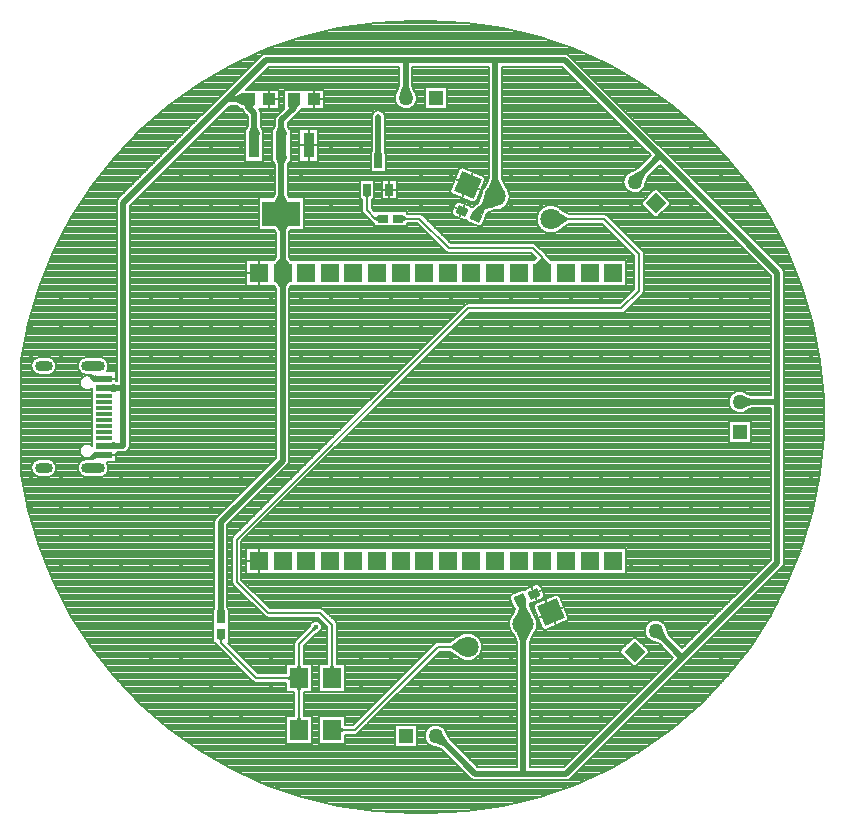
<source format=gbr>
G04 DipTrace 4.2.0.1*
G04 1 - Top.gbr*
%MOIN*%
G04 #@! TF.FileFunction,Copper,L1,Top*
G04 #@! TF.Part,Single*
%AMOUTLINE0*
4,1,4,
-0.021641,-0.005951,
-0.011095,0.01951,
0.021641,0.005951,
0.011095,-0.01951,
-0.021641,-0.005951,
0*%
%AMOUTLINE3*
4,1,4,
0.011095,0.019511,
0.021641,-0.005951,
-0.011095,-0.019511,
-0.021641,0.005951,
0.011095,0.019511,
0*%
%AMOUTLINE6*
4,1,4,
0.035355,0.0,
0.0,-0.035355,
-0.035355,0.0,
0.0,0.035355,
0.035355,0.0,
0*%
%AMOUTLINE9*
4,1,4,
0.0,-0.035355,
-0.035355,0.0,
0.0,0.035355,
0.035355,0.0,
0.0,-0.035355,
0*%
%AMOUTLINE12*
4,1,4,
-0.019177,0.046295,
0.046295,0.019177,
0.019177,-0.046295,
-0.046295,-0.019177,
-0.019177,0.046295,
0*%
%AMOUTLINE15*
4,1,4,
0.046296,-0.019176,
-0.019176,-0.046296,
-0.046296,0.019176,
0.019176,0.046296,
0.046296,-0.019176,
0*%
G04 #@! TA.AperFunction,Conductor*
%ADD15C,0.019685*%
%ADD16C,0.015748*%
G04 #@! TA.AperFunction,CopperBalancing*
%ADD17C,0.007874*%
G04 #@! TA.AperFunction,ViaPad*
%ADD18C,0.017717*%
%ADD20R,0.043307X0.03937*%
G04 #@! TA.AperFunction,ComponentPad*
%ADD21C,0.05*%
%ADD22R,0.05X0.05*%
%ADD23R,0.062992X0.070866*%
%ADD24R,0.057087X0.011811*%
%ADD25R,0.057087X0.023622*%
G04 #@! TA.AperFunction,ComponentPad*
%ADD26O,0.07874X0.035433*%
%ADD27O,0.059055X0.035433*%
%ADD28R,0.025591X0.041339*%
%ADD29R,0.035433X0.027559*%
%ADD30R,0.027559X0.035433*%
G04 #@! TA.AperFunction,ComponentPad*
%ADD32R,0.062992X0.062992*%
%ADD33C,0.070866*%
%ADD34R,0.037402X0.084646*%
%ADD35R,0.127953X0.084646*%
%ADD75OUTLINE0*%
%ADD78OUTLINE3*%
G04 #@! TA.AperFunction,ComponentPad*
%ADD81OUTLINE6*%
%ADD84OUTLINE9*%
%ADD87OUTLINE12*%
%ADD90OUTLINE15*%
%FSLAX26Y26*%
G04*
G70*
G90*
G75*
G01*
G04 Top*
%LPD*%
G36*
X1300235Y2711222D2*
X1309093Y2691537D1*
Y2687304D1*
X1290392Y2649214D1*
X1271692Y2691537D1*
X1280550Y2711222D1*
X1300235D1*
G37*
G36*
X1316146Y2771563D2*
X1312319Y2783072D1*
X1312486Y2785034D1*
X1348243D1*
X1348075Y2783072D1*
X1339762Y2767541D1*
X1316146Y2771563D1*
G37*
X1290392Y2649214D2*
D15*
Y2731891D1*
X1331731Y2773230D1*
Y2802757D1*
G36*
X1280550Y2587206D2*
X1271692Y2606891D1*
X1290392Y2649214D1*
X1309093Y2611123D1*
Y2606891D1*
X1300235Y2587206D1*
X1280550D1*
G37*
G36*
X1300235Y2482875D2*
X1310077Y2463190D1*
Y2458958D1*
X1270707D1*
Y2463190D1*
X1280550Y2482875D1*
X1300235D1*
G37*
X1290392Y2649214D2*
D15*
Y2420867D1*
G36*
X1304172Y2274411D2*
X1316377Y2255513D1*
Y2252364D1*
X1272282D1*
Y2255513D1*
X1284487Y2274411D1*
X1304172D1*
G37*
G36*
X1284487Y2358860D2*
X1273685Y2378545D1*
X1273402Y2382768D1*
X1311478D1*
X1311761Y2378545D1*
X1304172Y2358860D1*
X1284487D1*
G37*
X1294329Y2224017D2*
D15*
Y2416930D1*
X1290392Y2420867D1*
G36*
X1284487Y2173623D2*
X1272282Y2192521D1*
Y2195671D1*
X1316377D1*
Y2192521D1*
X1304172Y2173623D1*
X1284487D1*
G37*
G36*
X1098701Y1109844D2*
X1102638Y1090159D1*
Y1088387D1*
X1088858Y1072442D1*
X1075079Y1090159D1*
X1079016Y1109844D1*
X1098701D1*
G37*
X1294329Y2224017D2*
D15*
Y1598033D1*
X1088858Y1392562D1*
Y1072442D1*
G36*
X1209684Y2711222D2*
X1218542Y2691537D1*
Y2687304D1*
X1199841Y2649214D1*
X1181140Y2691537D1*
X1189999Y2711222D1*
X1209684D1*
G37*
G36*
X1174064Y2767580D2*
X1165694Y2783072D1*
X1165568Y2785037D1*
X1200755D1*
X1200879Y2783072D1*
X1196790Y2772484D1*
X1174064Y2767580D1*
G37*
X1199841Y2649214D2*
D15*
Y2755513D1*
X1182125Y2773230D1*
Y2802757D1*
G36*
X747332Y1637403D2*
X727647Y1635434D1*
X724793D1*
X699104Y1647245D1*
X727647Y1659056D1*
X747332Y1657088D1*
Y1637403D1*
G37*
G36*
X1828656Y648211D2*
X1807475Y655837D1*
X1805535Y657412D1*
X1827937Y684304D1*
X1829878Y682728D1*
X1842576Y662131D1*
X1828656Y648211D1*
G37*
X699104Y1647245D2*
D15*
X762833D1*
Y1840159D1*
Y2456686D1*
X1116778Y2810631D1*
X1238825Y2932678D1*
X1704959D1*
X2004041D1*
X2235274D1*
X2552504Y2615449D1*
X2943936Y2224017D1*
Y1793702D1*
Y1258269D1*
X2627379Y941713D1*
X2240392Y554726D1*
X2096424D1*
X1936062D1*
X1804959Y685828D1*
Y680710D1*
G36*
X2857951Y1783860D2*
X2835804Y1776202D1*
X2833304D1*
Y1811202D1*
X2835804D1*
X2857951Y1803545D1*
Y1783860D1*
G37*
X2817951Y1793702D2*
D15*
X2943936D1*
G36*
X2501047Y2550072D2*
X2492571Y2528883D1*
X2490932Y2526996D1*
X2464701Y2550168D1*
X2466340Y2552055D1*
X2487127Y2563992D1*
X2501047Y2550072D1*
G37*
X2467635Y2527089D2*
D15*
Y2530580D1*
X2552504Y2615449D1*
G36*
X2559671Y995501D2*
X2538597Y1006028D1*
X2536829Y1007795D1*
X2561577Y1032545D1*
X2563345Y1030777D1*
X2573591Y1009421D1*
X2559671Y995501D1*
G37*
X2538346Y1031026D2*
D15*
Y1030745D1*
X2627379Y941713D1*
G36*
X2086581Y1104694D2*
X2074904Y1116118D1*
X2074388Y1117396D1*
X2106476Y1130688D1*
X2106992Y1129411D1*
X2106266Y1104694D1*
X2086581D1*
G37*
G36*
X2106266Y1110867D2*
X2121227Y1079479D1*
Y1075936D1*
X2071621D1*
Y1079479D1*
X2086581Y1110867D1*
X2106266D1*
G37*
X2085647Y1135484D2*
D15*
Y1133487D1*
X2096424Y1122710D1*
Y1054175D1*
G36*
X1964505Y2431455D2*
X1961661Y2417025D1*
X1960937Y2415853D1*
X1929853Y2428728D1*
X1930577Y2429900D1*
X1950587Y2445374D1*
X1964505Y2431455D1*
G37*
G36*
X1954378Y2449165D2*
X1968671Y2481469D1*
X1971362Y2483772D1*
X2003929Y2446353D1*
X2001236Y2444049D1*
X1968297Y2435247D1*
X1954378Y2449165D1*
G37*
X1940020Y2411075D2*
D15*
Y2420888D1*
X1998503Y2479371D1*
X2004041D1*
G36*
X1714802Y2846694D2*
X1722459Y2824547D1*
Y2822047D1*
X1687459D1*
Y2824547D1*
X1695117Y2846694D1*
X1714802D1*
G37*
X1704959Y2806694D2*
D15*
Y2932678D1*
G36*
X2086581Y997482D2*
X2071621Y1028870D1*
Y1032413D1*
X2121227D1*
Y1028870D1*
X2106266Y997482D1*
X2086581D1*
G37*
X2096424Y1054175D2*
D15*
Y554726D1*
G36*
X747332Y1830316D2*
X727647Y1828348D1*
X724793D1*
X699104Y1840159D1*
X727647Y1851970D1*
X747332Y1850001D1*
Y1830316D1*
G37*
X699104Y1840159D2*
D15*
X762833D1*
G36*
X1140786Y2812600D2*
X1160471Y2822442D1*
X1182125Y2802757D1*
X1162636Y2783072D1*
X1160471D1*
X1140786Y2792915D1*
Y2812600D1*
G37*
X1182125Y2802757D2*
D15*
X1116778D1*
Y2810631D1*
G36*
X2013883Y2536064D2*
X2028844Y2504676D1*
Y2501133D1*
X1979238D1*
Y2504676D1*
X1994198Y2536064D1*
X2013883D1*
G37*
X2004041Y2479371D2*
D15*
Y2932678D1*
G36*
X668148Y1881020D2*
X670559Y1883466D1*
X699104Y1871655D1*
X671734Y1859983D1*
X670560Y1859843D1*
X661688Y1865329D1*
X668148Y1881020D1*
G37*
X699104Y1871655D2*
D16*
X666377D1*
X660471Y1877560D1*
G36*
X661688Y1622075D2*
X670560Y1627562D1*
X671734Y1627421D1*
X699104Y1615749D1*
X670559Y1603938D1*
X668148Y1606385D1*
X661688Y1622075D1*
G37*
X699104Y1615749D2*
D16*
X666377D1*
X660471Y1609844D1*
G36*
X1706490Y2401182D2*
X1698615Y2397245D1*
X1696844D1*
Y2412993D1*
X1698615D1*
X1706490Y2409056D1*
Y2401182D1*
G37*
G36*
X2164408Y2274411D2*
X2182518Y2255513D1*
Y2252364D1*
X2138424D1*
Y2255513D1*
X2156534Y2274411D1*
X2164408D1*
G37*
X1680899Y2405119D2*
D17*
X1750140D1*
X1848566Y2306694D1*
X2128975D1*
X2160471Y2275198D1*
Y2224017D1*
G36*
X1571888Y2473033D2*
X1567951Y2480907D1*
Y2482974D1*
X1583699D1*
Y2480907D1*
X1579762Y2473033D1*
X1571888D1*
G37*
G36*
X1604127Y2409056D2*
X1612001Y2412993D1*
X1613773D1*
Y2397245D1*
X1612001D1*
X1604127Y2401182D1*
Y2409056D1*
G37*
X1575825Y2501576D2*
D17*
Y2432807D1*
X1603513Y2405119D1*
X1629718D1*
G36*
X1623070Y2632482D2*
X1626022Y2612797D1*
Y2610730D1*
X1613227Y2592127D1*
X1600432Y2612797D1*
X1603385Y2632482D1*
X1623070D1*
G37*
X1613227Y2592127D2*
D15*
Y2649214D1*
Y2664962D1*
Y2680710D1*
Y2696458D1*
Y2712206D1*
Y2727954D1*
Y2743702D1*
Y2727954D2*
D3*
Y2712206D2*
D3*
Y2696458D2*
D3*
Y2680710D2*
D3*
Y2664962D2*
D3*
Y2649214D2*
D3*
G36*
X1463621Y916930D2*
X1467558Y909056D1*
Y905513D1*
X1451810D1*
Y909056D1*
X1455747Y916930D1*
X1463621D1*
G37*
G36*
X2245482Y2400336D2*
X2214743Y2378682D1*
X2211201Y2378588D1*
X2209944Y2428178D1*
X2213486Y2428273D1*
X2245482Y2408210D1*
Y2400336D1*
G37*
X1459684Y873623D2*
D17*
Y1050789D1*
X1419861Y1090612D1*
X1246056D1*
X1141633Y1195035D1*
Y1335100D1*
X1912440Y2105907D1*
X2424251D1*
X2483306Y2164962D1*
Y2287009D1*
X2366042Y2404273D1*
X2187382D1*
X2188818Y2402837D1*
G36*
X1499054Y696458D2*
X1491180Y692521D1*
X1488030D1*
Y708269D1*
X1491180D1*
X1499054Y704332D1*
Y696458D1*
G37*
G36*
X1854955Y981573D2*
X1886344Y1002440D1*
X1889887D1*
Y952833D1*
X1886344D1*
X1854955Y973699D1*
Y981573D1*
G37*
X1459684Y700395D2*
D17*
X1534487D1*
X1811728Y977636D1*
X1911648D1*
G36*
X1084921Y995671D2*
X1080984Y1003545D1*
Y1005316D1*
X1096732D1*
Y1003545D1*
X1092795Y995671D1*
X1084921D1*
G37*
G36*
X1310077Y877560D2*
X1317951Y881497D1*
X1321101D1*
Y865749D1*
X1317951D1*
X1310077Y869686D1*
Y877560D1*
G37*
X1088858Y1021261D2*
D17*
Y991289D1*
X1206524Y873623D1*
X1349448D1*
G36*
X1345510Y830316D2*
X1341573Y838190D1*
Y841734D1*
X1357322D1*
Y838190D1*
X1353385Y830316D1*
X1345510D1*
G37*
G36*
X1353385Y743702D2*
X1357322Y735828D1*
Y732285D1*
X1341573D1*
Y735828D1*
X1345510Y743702D1*
X1353385D1*
G37*
X1349448Y873623D2*
D17*
Y700395D1*
G36*
X1353385Y916930D2*
X1357322Y909056D1*
Y905513D1*
X1341573D1*
Y909056D1*
X1345510Y916930D1*
X1353385D1*
G37*
G36*
X1392154Y1036465D2*
X1396101Y1043613D1*
X1398328Y1045841D1*
X1407098Y1037071D1*
X1404870Y1034844D1*
X1397722Y1030896D1*
X1392154Y1036465D1*
G37*
X1349448Y873623D2*
D17*
Y988190D1*
X1404959Y1043702D1*
D18*
D3*
X1613227Y2743702D3*
Y2727954D3*
Y2712206D3*
Y2696458D3*
Y2680710D3*
Y2664962D3*
Y2649214D3*
X454959Y1843702D3*
X554959D3*
Y1743702D3*
X454959D3*
Y1643702D3*
X554959D3*
X454959Y1943702D3*
X554959D3*
X454959Y2043702D3*
X554959D3*
X654959D3*
Y2143702D3*
X554959D3*
Y2243702D3*
X654959D3*
Y2343702D3*
X854959Y2443702D3*
X954959Y2543702D3*
X1054959Y2643702D3*
X1154959D3*
X1054959Y2543702D3*
X954959Y2443702D3*
X1054959D3*
X1154959Y2543702D3*
Y2443702D3*
Y2343702D3*
X1054959D3*
X954959D3*
X854959D3*
Y2243702D3*
X954959D3*
X1054959D3*
X1154959D3*
Y2143702D3*
X1054959D3*
X954959D3*
X854959D3*
Y2043702D3*
X954959D3*
Y1943702D3*
X854959D3*
X1054959D3*
Y1843702D3*
X954959D3*
X854959D3*
Y1743702D3*
X954959D3*
X1054959D3*
Y1643702D3*
X954959D3*
X854959D3*
Y1543702D3*
X954959D3*
X1054959D3*
Y1443702D3*
X954959D3*
X854959D3*
X754959D3*
Y1543702D3*
X654959Y1443702D3*
X1254959Y1143702D3*
X554959Y1543702D3*
Y1443702D3*
X454959D3*
Y1543702D3*
X554959Y1343702D3*
Y1243702D3*
X654959D3*
X754959D3*
Y1343702D3*
X654959D3*
Y1143702D3*
X754959D3*
X854959D3*
Y1243702D3*
Y1343702D3*
X954959D3*
Y1243702D3*
Y1143702D3*
Y1043702D3*
X854959D3*
X754959D3*
X854959Y943702D3*
X954959D3*
Y843702D3*
X1054959D3*
Y743702D3*
X1154959D3*
Y643702D3*
X1254959D3*
Y543702D3*
X1354959D3*
Y643702D3*
X1454959Y543702D3*
Y643702D3*
X1554959D3*
Y543702D3*
Y443702D3*
X1654959D3*
Y543702D3*
X1754959Y443702D3*
Y543702D3*
X1854959Y443702D3*
X1954959D3*
Y643702D3*
X2054959D3*
X2154959D3*
X2254959D3*
X2454959D3*
X2554959Y743702D3*
X2354959D3*
X2254959D3*
X2154959D3*
Y843702D3*
X2254959D3*
X2354959D3*
X2454959D3*
X2354959Y943702D3*
X2254959D3*
X2154959D3*
X2054959Y843702D3*
X1954959D3*
X1854959D3*
Y943702D3*
X1954959D3*
Y1043702D3*
X1854959D3*
X1754959D3*
X1654959Y943702D3*
X1554959Y843702D3*
Y943702D3*
Y1043702D3*
X1654959D3*
Y1143702D3*
X1754959D3*
X1854959D3*
X1954959D3*
X2254959D3*
X2354959D3*
X2254959Y1043702D3*
X2354959D3*
X2054959Y943702D3*
Y743702D3*
X1954959D3*
X2654959Y843702D3*
X2754959Y943702D3*
X2854959Y1043702D3*
X2454959Y1143702D3*
X2554959D3*
X2454959Y1043702D3*
X2654959Y1143702D3*
Y1043702D3*
X2754959Y1143702D3*
X2854959Y1243702D3*
X2754959D3*
X2654959D3*
X2554959D3*
X2454959D3*
X2854959Y1343702D3*
X2754959D3*
X2654959D3*
X2554959D3*
X2454959D3*
X2354959D3*
X2254959D3*
X2154959D3*
X2054959D3*
X1954959D3*
X1854959D3*
X1754959D3*
X1654959D3*
X1554959D3*
X1454959D3*
X1354959D3*
X1254959D3*
X1354959Y1443702D3*
X1454959D3*
Y1543702D3*
X1554959Y1443702D3*
Y1543702D3*
Y1643702D3*
X1654959D3*
Y1543702D3*
Y1443702D3*
X1754959D3*
Y1543702D3*
Y1643702D3*
X1854959D3*
Y1543702D3*
Y1443702D3*
X1954959D3*
Y1543702D3*
Y1643702D3*
X2054959D3*
Y1543702D3*
Y1443702D3*
X2154959D3*
Y1543702D3*
Y1643702D3*
X2254959D3*
Y1543702D3*
Y1443702D3*
X2354959D3*
Y1543702D3*
Y1643702D3*
X2454959D3*
Y1543702D3*
Y1443702D3*
X2554959D3*
Y1543702D3*
Y1643702D3*
X2654959D3*
Y1543702D3*
Y1443702D3*
X2754959D3*
Y1543702D3*
X2854959D3*
Y1443702D3*
X2754959Y1643702D3*
X2854959D3*
Y1843702D3*
X2654959D3*
X2754959D3*
X2654959Y1743702D3*
X2754959D3*
X2554959D3*
Y1843702D3*
X2454959D3*
Y1743702D3*
X2354959D3*
Y1843702D3*
X2254959D3*
Y1743702D3*
X2154959D3*
Y1843702D3*
X2054959D3*
Y1743702D3*
X1954959D3*
Y1843702D3*
X1854959D3*
Y1743702D3*
X1754959D3*
X1654959D3*
X1754959Y1843702D3*
X1854959Y1943702D3*
X1954959D3*
Y2043702D3*
X2054959D3*
Y1943702D3*
X2154959D3*
Y2043702D3*
X2254959D3*
Y1943702D3*
X2354959D3*
Y2043702D3*
X2454959D3*
Y1943702D3*
X2554959D3*
Y2043702D3*
X2654959Y1943702D3*
Y2043702D3*
X2754959Y1943702D3*
X2854959D3*
Y2043702D3*
X2754959D3*
X2654959Y2143702D3*
X2854959D3*
X2754959D3*
X2854959Y2243702D3*
X2754959D3*
X2654959D3*
X2554959D3*
X2654959Y2343702D3*
X2554959D3*
X2754959D3*
X3054959Y2043702D3*
Y1943702D3*
Y1843702D3*
Y1743702D3*
Y1643702D3*
Y1543702D3*
Y1443702D3*
X2754959Y2543702D3*
X2854959Y2443702D3*
X2654959Y2643702D3*
X2554959Y2743702D3*
X2454959Y2643702D3*
X2354959D3*
Y2543702D3*
Y2443702D3*
X2454959D3*
X2654959D3*
X2454959Y2343702D3*
X2254959Y2543702D3*
X2154959D3*
Y2443702D3*
X2054959D3*
Y2543702D3*
Y2643702D3*
X2154959D3*
X2254959D3*
Y2743702D3*
X2354959D3*
X2254959Y2843702D3*
X2154959D3*
Y2743702D3*
X2054959D3*
Y2843702D3*
X1954959D3*
Y2743702D3*
Y2643702D3*
X1854959D3*
Y2543702D3*
Y2743702D3*
Y2843702D3*
X1754959Y2743702D3*
Y2643702D3*
Y2543702D3*
Y2443702D3*
X1854959D3*
Y2343702D3*
X1754959D3*
X1954959D3*
X2054959D3*
X2154959D3*
X1454959D3*
X1554959D3*
X1354959D3*
X1454959Y2443702D3*
X1554959D3*
Y2643702D3*
X1454959D3*
Y2743702D3*
X1554959D3*
Y2843702D3*
X1454959D3*
X1254959Y2543702D3*
X1354959D3*
X1254959Y2843702D3*
X1354959D3*
X1054959Y2043702D3*
X1154959D3*
X1254959D3*
X1154959Y1843702D3*
Y1943702D3*
X1254959D3*
Y1843702D3*
X1154959Y1743702D3*
X1254959D3*
Y1643702D3*
X1154959D3*
Y1543702D3*
X1754959Y843702D3*
X1354959Y1643702D3*
Y1743702D3*
Y1843702D3*
Y1943702D3*
Y2043702D3*
Y2143702D3*
X1454959D3*
X1254959D3*
X1454959Y2043702D3*
Y1943702D3*
Y1843702D3*
Y1743702D3*
X1554959Y1843702D3*
Y1943702D3*
Y2043702D3*
Y2143702D3*
X1654959D3*
Y2043702D3*
Y1943702D3*
X1754959Y2043702D3*
Y2143702D3*
X1854959D3*
X1954959D3*
X2054959D3*
X2154959D3*
X2254959D3*
X2354959D3*
X1554959Y3043702D3*
X1654959D3*
X1854959D3*
X1754959D3*
X1954959D3*
X1154959Y2743702D3*
X1254959Y943702D3*
Y1043702D3*
X1054959Y1143702D3*
Y1243702D3*
X1254959Y843702D3*
X1354959Y1143702D3*
X1154959D3*
X2254959Y2343702D3*
X2354959D3*
X1254959D3*
X1554959Y1143702D3*
X1593236Y3056038D2*
D17*
X1916694D1*
X1539386Y3048295D2*
X1970543D1*
X1485529Y3040552D2*
X2024402D1*
X1451741Y3032810D2*
X2058189D1*
X1419823Y3025067D2*
X2090100D1*
X1387911Y3017324D2*
X2122018D1*
X1356846Y3009581D2*
X2153076D1*
X1334478Y3001839D2*
X2175445D1*
X1312101Y2994096D2*
X2197822D1*
X1289732Y2986353D2*
X2220190D1*
X1267356Y2978610D2*
X2242559D1*
X1244987Y2970867D2*
X2264936D1*
X1226856Y2963125D2*
X2283059D1*
X1209900Y2955382D2*
X2300014D1*
X1192953Y2947639D2*
X1222151D1*
X2251946D2*
X2316970D1*
X1175997Y2939896D2*
X1214408D1*
X2259689D2*
X2333925D1*
X1159042Y2932154D2*
X1206664D1*
X2267433D2*
X2350881D1*
X1142087Y2924411D2*
X1198921D1*
X2275176D2*
X2367836D1*
X1125285Y2916668D2*
X1191185D1*
X2282920D2*
X2384638D1*
X1111875Y2908925D2*
X1183442D1*
X1246702D2*
X1682358D1*
X1727555D2*
X1981440D1*
X2026636D2*
X2227395D1*
X2290663D2*
X2398047D1*
X1098465Y2901182D2*
X1175699D1*
X1238959D2*
X1682358D1*
X1727555D2*
X1981440D1*
X2026636D2*
X2235139D1*
X2298406D2*
X2411458D1*
X1085054Y2893440D2*
X1167955D1*
X1231223D2*
X1682358D1*
X1727555D2*
X1981440D1*
X2026636D2*
X2242882D1*
X2306150D2*
X2424869D1*
X1071643Y2885697D2*
X1160213D1*
X1223480D2*
X1682358D1*
X1727555D2*
X1981440D1*
X2026636D2*
X2250625D1*
X2313892D2*
X2438280D1*
X1058234Y2877954D2*
X1152469D1*
X1215736D2*
X1682358D1*
X1727555D2*
X1981440D1*
X2026636D2*
X2258369D1*
X2321629D2*
X2451689D1*
X1044823Y2870211D2*
X1144726D1*
X1207993D2*
X1682358D1*
X1727555D2*
X1981440D1*
X2026636D2*
X2266112D1*
X2329371D2*
X2465100D1*
X1031412Y2862469D2*
X1136983D1*
X1200249D2*
X1682358D1*
X1727555D2*
X1981440D1*
X2026636D2*
X2273856D1*
X2337114D2*
X2478510D1*
X1018001Y2854726D2*
X1129239D1*
X1192507D2*
X1682358D1*
X1727555D2*
X1981440D1*
X2026636D2*
X2281591D1*
X2344858D2*
X2491921D1*
X1006951Y2846983D2*
X1121496D1*
X1184764D2*
X1681766D1*
X1728155D2*
X1981440D1*
X2026636D2*
X2289333D1*
X2352601D2*
X2502970D1*
X996079Y2839240D2*
X1113752D1*
X1177020D2*
X1679091D1*
X1730831D2*
X1767203D1*
X1842713D2*
X1981440D1*
X2026636D2*
X2297077D1*
X2360345D2*
X2513844D1*
X985206Y2831497D2*
X1106009D1*
X1283466D2*
X1297323D1*
X1433072D2*
X1676415D1*
X1733507D2*
X1767203D1*
X1842713D2*
X1981440D1*
X2026636D2*
X2304820D1*
X2368088D2*
X2524717D1*
X974333Y2823755D2*
X1098266D1*
X1283466D2*
X1297323D1*
X1433072D2*
X1671378D1*
X1738543D2*
X1767203D1*
X1842713D2*
X1981440D1*
X2026636D2*
X2312564D1*
X2375831D2*
X2535589D1*
X963461Y2816012D2*
X1090522D1*
X1283466D2*
X1297323D1*
X1433072D2*
X1668394D1*
X1741520D2*
X1767203D1*
X1842713D2*
X1981440D1*
X2026636D2*
X2320307D1*
X2383575D2*
X2546462D1*
X952588Y2808269D2*
X1082780D1*
X1283466D2*
X1297323D1*
X1433072D2*
X1667240D1*
X1742680D2*
X1767203D1*
X1842713D2*
X1981440D1*
X2026636D2*
X2328050D1*
X2391318D2*
X2557335D1*
X941715Y2800526D2*
X1075043D1*
X1283466D2*
X1297323D1*
X1433072D2*
X1667724D1*
X1742196D2*
X1767203D1*
X1842713D2*
X1981440D1*
X2026636D2*
X2335794D1*
X2399062D2*
X2568207D1*
X930841Y2792783D2*
X1067301D1*
X1283466D2*
X1297323D1*
X1433072D2*
X1669924D1*
X1739997D2*
X1767203D1*
X1842713D2*
X1981440D1*
X2026636D2*
X2343537D1*
X2406804D2*
X2579081D1*
X919969Y2785041D2*
X1059558D1*
X1283466D2*
X1297323D1*
X1433072D2*
X1674207D1*
X1735714D2*
X1767203D1*
X1842713D2*
X1981440D1*
X2026636D2*
X2351281D1*
X2414547D2*
X2589954D1*
X910104Y2777298D2*
X1051814D1*
X1115081D2*
X1144472D1*
X1283466D2*
X1297323D1*
X1433072D2*
X1681759D1*
X1728163D2*
X1767203D1*
X1842713D2*
X1981440D1*
X2026636D2*
X2359024D1*
X2422291D2*
X2599819D1*
X901168Y2769555D2*
X1044071D1*
X1107339D2*
X1158605D1*
X1217320D2*
X1296424D1*
X1355201D2*
X1981440D1*
X2026636D2*
X2366766D1*
X2430034D2*
X2608755D1*
X892226Y2761812D2*
X1036327D1*
X1099594D2*
X1162749D1*
X1221512D2*
X1288680D1*
X1351102D2*
X1600289D1*
X1626169D2*
X1981440D1*
X2026636D2*
X2374510D1*
X2437770D2*
X2617689D1*
X883290Y2754070D2*
X1028584D1*
X1091852D2*
X1169655D1*
X1222442D2*
X1280937D1*
X1344205D2*
X1593252D1*
X1633206D2*
X1981440D1*
X2026636D2*
X2382253D1*
X2445513D2*
X2626625D1*
X874354Y2746327D2*
X1020841D1*
X1084108D2*
X1177244D1*
X1222442D2*
X1273256D1*
X1336461D2*
X1590785D1*
X1635667D2*
X1981440D1*
X2026636D2*
X2389997D1*
X2453256D2*
X2635560D1*
X865420Y2738584D2*
X1013097D1*
X1076365D2*
X1177244D1*
X1222442D2*
X1268849D1*
X1328718D2*
X1590630D1*
X1635828D2*
X1981440D1*
X2026636D2*
X2397732D1*
X2461000D2*
X2644495D1*
X856484Y2730841D2*
X1005354D1*
X1068622D2*
X1177244D1*
X1222442D2*
X1267795D1*
X1320975D2*
X1590630D1*
X1635828D2*
X1981440D1*
X2026636D2*
X2405475D1*
X2468743D2*
X2653430D1*
X847550Y2723098D2*
X997610D1*
X1060878D2*
X1177244D1*
X1222442D2*
X1267795D1*
X1313231D2*
X1590630D1*
X1635828D2*
X1981440D1*
X2026636D2*
X2413219D1*
X2476487D2*
X2662365D1*
X838614Y2715356D2*
X989867D1*
X1053135D2*
X1177244D1*
X1222442D2*
X1267795D1*
X1312993D2*
X1590630D1*
X1635828D2*
X1981440D1*
X2026636D2*
X2420962D1*
X2484230D2*
X2671308D1*
X829678Y2707613D2*
X982125D1*
X1045391D2*
X1174461D1*
X1225218D2*
X1265012D1*
X1315769D2*
X1590630D1*
X1635828D2*
X1981440D1*
X2026636D2*
X2428706D1*
X2491972D2*
X2680244D1*
X820744Y2699870D2*
X974381D1*
X1037648D2*
X1168386D1*
X1231301D2*
X1258937D1*
X1321852D2*
X1349488D1*
X1412403D2*
X1590630D1*
X1635828D2*
X1981440D1*
X2026636D2*
X2436449D1*
X2499717D2*
X2689178D1*
X813201Y2692127D2*
X966638D1*
X1029906D2*
X1168386D1*
X1231301D2*
X1258937D1*
X1321852D2*
X1349488D1*
X1412403D2*
X1590630D1*
X1635828D2*
X1981440D1*
X2026636D2*
X2444192D1*
X2507459D2*
X2696722D1*
X805819Y2684385D2*
X958902D1*
X1022161D2*
X1168386D1*
X1231301D2*
X1258937D1*
X1321852D2*
X1349488D1*
X1412403D2*
X1590630D1*
X1635828D2*
X1981440D1*
X2026636D2*
X2451936D1*
X2515203D2*
X2704104D1*
X798437Y2676642D2*
X951159D1*
X1014419D2*
X1168386D1*
X1231301D2*
X1258937D1*
X1321852D2*
X1349488D1*
X1412403D2*
X1590630D1*
X1635828D2*
X1981440D1*
X2026636D2*
X2459678D1*
X2522946D2*
X2711486D1*
X791047Y2668899D2*
X943416D1*
X1006676D2*
X1168386D1*
X1231301D2*
X1258937D1*
X1321852D2*
X1349488D1*
X1412403D2*
X1590630D1*
X1635828D2*
X1981440D1*
X2026636D2*
X2467423D1*
X2530689D2*
X2718867D1*
X783665Y2661156D2*
X935672D1*
X998940D2*
X1168386D1*
X1231301D2*
X1258937D1*
X1321852D2*
X1349488D1*
X1412403D2*
X1590630D1*
X1635828D2*
X1981440D1*
X2026636D2*
X2475165D1*
X2538433D2*
X2726249D1*
X776283Y2653413D2*
X927929D1*
X991197D2*
X1168386D1*
X1231301D2*
X1258937D1*
X1321852D2*
X1349488D1*
X1412403D2*
X1590630D1*
X1635828D2*
X1981440D1*
X2026636D2*
X2482908D1*
X2546176D2*
X2733631D1*
X768902Y2645671D2*
X920185D1*
X983453D2*
X1168386D1*
X1231301D2*
X1258937D1*
X1321852D2*
X1349488D1*
X1412403D2*
X1590630D1*
X1635828D2*
X1981440D1*
X2026636D2*
X2490652D1*
X2553912D2*
X2741013D1*
X761520Y2637928D2*
X912442D1*
X975710D2*
X1168386D1*
X1231301D2*
X1258937D1*
X1321852D2*
X1349488D1*
X1412403D2*
X1590630D1*
X1635828D2*
X1981440D1*
X2026636D2*
X2498395D1*
X2561655D2*
X2748395D1*
X754138Y2630185D2*
X904699D1*
X967966D2*
X1168386D1*
X1231301D2*
X1258937D1*
X1321852D2*
X1349488D1*
X1412403D2*
X1590154D1*
X1636304D2*
X1981440D1*
X2026636D2*
X2506139D1*
X2569398D2*
X2755785D1*
X746756Y2622442D2*
X896955D1*
X960223D2*
X1168386D1*
X1231301D2*
X1258937D1*
X1321852D2*
X1349488D1*
X1412403D2*
X1587677D1*
X1638781D2*
X1981440D1*
X2026636D2*
X2513874D1*
X2577142D2*
X2763167D1*
X739374Y2614699D2*
X889213D1*
X952480D2*
X1168386D1*
X1231301D2*
X1258937D1*
X1321852D2*
X1349488D1*
X1412403D2*
X1587677D1*
X1638781D2*
X1981440D1*
X2026636D2*
X2520118D1*
X2584885D2*
X2770549D1*
X732192Y2606957D2*
X881469D1*
X944736D2*
X1168386D1*
X1231301D2*
X1258937D1*
X1321852D2*
X1349488D1*
X1412403D2*
X1587677D1*
X1638781D2*
X1981440D1*
X2026636D2*
X2512382D1*
X2592629D2*
X2777731D1*
X726102Y2599214D2*
X873726D1*
X936993D2*
X1168386D1*
X1231301D2*
X1258937D1*
X1321852D2*
X1349488D1*
X1412403D2*
X1587677D1*
X1638781D2*
X1981440D1*
X2026636D2*
X2504639D1*
X2600371D2*
X2783820D1*
X720012Y2591471D2*
X865983D1*
X929249D2*
X1264720D1*
X1316068D2*
X1587677D1*
X1638781D2*
X1981440D1*
X2026636D2*
X2496896D1*
X2608114D2*
X2789911D1*
X713921Y2583728D2*
X858239D1*
X921507D2*
X1267795D1*
X1312993D2*
X1587677D1*
X1638781D2*
X1981440D1*
X2026636D2*
X2489152D1*
X2615858D2*
X2796001D1*
X707832Y2575986D2*
X850496D1*
X913764D2*
X1267795D1*
X1312993D2*
X1587677D1*
X1638781D2*
X1981440D1*
X2026636D2*
X2481409D1*
X2544677D2*
X2560333D1*
X2623601D2*
X2802083D1*
X701741Y2568243D2*
X842760D1*
X906020D2*
X1267795D1*
X1312993D2*
X1587677D1*
X1638781D2*
X1880516D1*
X1914133D2*
X1981440D1*
X2026636D2*
X2469706D1*
X2536933D2*
X2568077D1*
X2631345D2*
X2808173D1*
X695652Y2560500D2*
X835017D1*
X898277D2*
X1267795D1*
X1312993D2*
X1587677D1*
X1638781D2*
X1877310D1*
X1932825D2*
X1981440D1*
X2026636D2*
X2451021D1*
X2529190D2*
X2575820D1*
X2639088D2*
X2814264D1*
X689562Y2552757D2*
X827274D1*
X890534D2*
X1267795D1*
X1312993D2*
X1874102D1*
X1951518D2*
X1981440D1*
X2026636D2*
X2440240D1*
X2521446D2*
X2583564D1*
X2646831D2*
X2820353D1*
X683479Y2545014D2*
X819530D1*
X882798D2*
X1267795D1*
X1312993D2*
X1870896D1*
X1967451D2*
X1981440D1*
X2026636D2*
X2434518D1*
X2513703D2*
X2591307D1*
X2654575D2*
X2826444D1*
X677390Y2537272D2*
X811787D1*
X875055D2*
X1267795D1*
X1312993D2*
X1867689D1*
X1970697D2*
X1980724D1*
X2027352D2*
X2431312D1*
X2509605D2*
X2599050D1*
X2662318D2*
X2832533D1*
X671299Y2529529D2*
X804043D1*
X867311D2*
X1267795D1*
X1312993D2*
X1550276D1*
X1601379D2*
X1625079D1*
X1676182D2*
X1864483D1*
X1968673D2*
X1977034D1*
X2031043D2*
X2429959D1*
X2506507D2*
X2606794D1*
X2670054D2*
X2838623D1*
X665209Y2521786D2*
X796301D1*
X859568D2*
X1267795D1*
X1312993D2*
X1550276D1*
X1601379D2*
X1625079D1*
X1676182D2*
X1861277D1*
X1965467D2*
X1973350D1*
X2034734D2*
X2430259D1*
X2505007D2*
X2614537D1*
X2677797D2*
X2844714D1*
X659119Y2514043D2*
X788558D1*
X851824D2*
X1267795D1*
X1312993D2*
X1550276D1*
X1601379D2*
X1625079D1*
X1676182D2*
X1858070D1*
X1962261D2*
X1969660D1*
X2038425D2*
X2432259D1*
X2503014D2*
X2622281D1*
X2685539D2*
X2850795D1*
X653475Y2506301D2*
X780814D1*
X844081D2*
X1267795D1*
X1312993D2*
X1550276D1*
X1601379D2*
X1625079D1*
X1676182D2*
X1854864D1*
X1959054D2*
X1964247D1*
X2043839D2*
X2436280D1*
X2498993D2*
X2630016D1*
X2693283D2*
X2856440D1*
X648500Y2498558D2*
X773071D1*
X836339D2*
X1267795D1*
X1312993D2*
X1550276D1*
X1601379D2*
X1625079D1*
X1676182D2*
X1852602D1*
X1955840D2*
X1959909D1*
X2048176D2*
X2443339D1*
X2491927D2*
X2527454D1*
X2549236D2*
X2637759D1*
X2701026D2*
X2861415D1*
X643525Y2490815D2*
X765327D1*
X828594D2*
X1267795D1*
X1312993D2*
X1550276D1*
X1601379D2*
X1625079D1*
X1676182D2*
X1855364D1*
X1952634D2*
X1957256D1*
X2050828D2*
X2459717D1*
X2475556D2*
X2519710D1*
X2556980D2*
X2645503D1*
X2708770D2*
X2866390D1*
X638550Y2483072D2*
X757584D1*
X820852D2*
X1266480D1*
X1314308D2*
X1550276D1*
X1601379D2*
X1625079D1*
X1676182D2*
X1870450D1*
X1949427D2*
X1955504D1*
X2052081D2*
X2511967D1*
X2564723D2*
X2653245D1*
X2716513D2*
X2871373D1*
X633575Y2475329D2*
X749841D1*
X813108D2*
X1262605D1*
X1318176D2*
X1550276D1*
X1601379D2*
X1625079D1*
X1676182D2*
X1889143D1*
X1946220D2*
X1952081D1*
X2052059D2*
X2504224D1*
X2572466D2*
X2660990D1*
X2724256D2*
X2876348D1*
X628600Y2467587D2*
X743151D1*
X805365D2*
X1213661D1*
X1367127D2*
X1559134D1*
X1592521D2*
X1907836D1*
X1943014D2*
X1948652D1*
X2050744D2*
X2496488D1*
X2580210D2*
X2668732D1*
X2732000D2*
X2881323D1*
X623625Y2459844D2*
X740467D1*
X797622D2*
X1213661D1*
X1367127D2*
X1559134D1*
X1592521D2*
X1873803D1*
X1890349D2*
X1926722D1*
X1934940D2*
X1945230D1*
X2048021D2*
X2490744D1*
X2585946D2*
X2676475D1*
X2739743D2*
X2886298D1*
X618642Y2452101D2*
X740236D1*
X789878D2*
X1213661D1*
X1367127D2*
X1559134D1*
X1592521D2*
X1868697D1*
X1909042D2*
X1938933D1*
X2043600D2*
X2491029D1*
X2585669D2*
X2684219D1*
X2747487D2*
X2891273D1*
X613667Y2444358D2*
X740236D1*
X785434D2*
X1213661D1*
X1367127D2*
X1559134D1*
X1592521D2*
X1865491D1*
X1924282D2*
X1928921D1*
X2036780D2*
X2165164D1*
X2212469D2*
X2497295D1*
X2579395D2*
X2691962D1*
X2755230D2*
X2896248D1*
X608692Y2436615D2*
X740236D1*
X785434D2*
X1213661D1*
X1367127D2*
X1559134D1*
X1595297D2*
X1862283D1*
X2025291D2*
X2154776D1*
X2223495D2*
X2505039D1*
X2571651D2*
X2699706D1*
X2762972D2*
X2901223D1*
X603717Y2428873D2*
X740236D1*
X785434D2*
X1213661D1*
X1367127D2*
X1559626D1*
X1711369D2*
X1859085D1*
X1991588D2*
X2148417D1*
X2235844D2*
X2512782D1*
X2563908D2*
X2707449D1*
X2770717D2*
X2906198D1*
X598741Y2421130D2*
X740236D1*
X785434D2*
X1213661D1*
X1367127D2*
X1564224D1*
X1711369D2*
X1858886D1*
X1975455D2*
X2144303D1*
X2248194D2*
X2520525D1*
X2556164D2*
X2715192D1*
X2778459D2*
X2911181D1*
X593766Y2413387D2*
X740236D1*
X785434D2*
X1213661D1*
X1367127D2*
X1571961D1*
X1765156D2*
X1866367D1*
X1973849D2*
X2141819D1*
X2380206D2*
X2528269D1*
X2548421D2*
X2722936D1*
X2786196D2*
X2916156D1*
X588791Y2405644D2*
X740236D1*
X785434D2*
X1213661D1*
X1367127D2*
X1579703D1*
X1772900D2*
X1885060D1*
X1970689D2*
X2140711D1*
X2387950D2*
X2730678D1*
X2793938D2*
X2921131D1*
X584554Y2397902D2*
X740236D1*
X785434D2*
X1213661D1*
X1367127D2*
X1587448D1*
X1780643D2*
X1908043D1*
X1967482D2*
X2140888D1*
X2395693D2*
X2738423D1*
X2801681D2*
X2925369D1*
X580563Y2390159D2*
X740236D1*
X785434D2*
X1213661D1*
X1367127D2*
X1597328D1*
X1788379D2*
X1922446D1*
X1964276D2*
X2142357D1*
X2403437D2*
X2746157D1*
X2809425D2*
X2929360D1*
X576572Y2382416D2*
X740236D1*
X785434D2*
X1213661D1*
X1367127D2*
X1599243D1*
X1711369D2*
X1749564D1*
X1796122D2*
X1941139D1*
X1959615D2*
X2145256D1*
X2241612D2*
X2364622D1*
X2411180D2*
X2753900D1*
X2817168D2*
X2933350D1*
X572581Y2374673D2*
X740236D1*
X785434D2*
X1213661D1*
X1367127D2*
X1757307D1*
X1803866D2*
X2149900D1*
X2230623D2*
X2372357D1*
X2418923D2*
X2761644D1*
X2824912D2*
X2937341D1*
X568583Y2366930D2*
X740236D1*
X785434D2*
X1213661D1*
X1367127D2*
X1765051D1*
X1811609D2*
X2157083D1*
X2220550D2*
X2380101D1*
X2426667D2*
X2769387D1*
X2832655D2*
X2941332D1*
X564592Y2359188D2*
X740236D1*
X785434D2*
X1269865D1*
X1317915D2*
X1772794D1*
X1819352D2*
X2169547D1*
X2208085D2*
X2387844D1*
X2434409D2*
X2777131D1*
X2840398D2*
X2945323D1*
X560601Y2351445D2*
X740236D1*
X785434D2*
X1271732D1*
X1316930D2*
X1780537D1*
X1827096D2*
X2395587D1*
X2442154D2*
X2784874D1*
X2848142D2*
X2949314D1*
X556610Y2343702D2*
X740236D1*
X785434D2*
X1271732D1*
X1316930D2*
X1788273D1*
X1834839D2*
X2403331D1*
X2449896D2*
X2792617D1*
X2855885D2*
X2953304D1*
X552619Y2335959D2*
X740236D1*
X785434D2*
X1271732D1*
X1316930D2*
X1796016D1*
X1842581D2*
X2411073D1*
X2457639D2*
X2800361D1*
X2863629D2*
X2957295D1*
X548629Y2328217D2*
X740236D1*
X785434D2*
X1271732D1*
X1316930D2*
X1803760D1*
X1850325D2*
X2418816D1*
X2465383D2*
X2808104D1*
X2871371D2*
X2961294D1*
X544638Y2320474D2*
X740236D1*
X785434D2*
X1271732D1*
X1316930D2*
X1811503D1*
X2137703D2*
X2426560D1*
X2473126D2*
X2815848D1*
X2879114D2*
X2965285D1*
X540647Y2312731D2*
X740236D1*
X785434D2*
X1271732D1*
X1316930D2*
X1819245D1*
X2146217D2*
X2434303D1*
X2480862D2*
X2823591D1*
X2886858D2*
X2969276D1*
X536656Y2304988D2*
X740236D1*
X785434D2*
X1271732D1*
X1316930D2*
X1826990D1*
X2153959D2*
X2442047D1*
X2488605D2*
X2831333D1*
X2894601D2*
X2973266D1*
X532657Y2297245D2*
X740236D1*
X785434D2*
X1271732D1*
X1316930D2*
X1834732D1*
X2161702D2*
X2449790D1*
X2496264D2*
X2839077D1*
X2902337D2*
X2977257D1*
X528967Y2289503D2*
X740236D1*
X785434D2*
X1271732D1*
X1316930D2*
X2122887D1*
X2169446D2*
X2457533D1*
X2499801D2*
X2846820D1*
X2910080D2*
X2980955D1*
X525869Y2281760D2*
X740236D1*
X785434D2*
X1271732D1*
X1316930D2*
X2130631D1*
X2175751D2*
X2465277D1*
X2500001D2*
X2854564D1*
X2917823D2*
X2984054D1*
X522769Y2274017D2*
X740236D1*
X785434D2*
X1269196D1*
X1319459D2*
X2138374D1*
X2182148D2*
X2466614D1*
X2500001D2*
X2862299D1*
X2925567D2*
X2987154D1*
X519663Y2266274D2*
X740236D1*
X785434D2*
X1171339D1*
X2440946D2*
X2466614D1*
X2500001D2*
X2870042D1*
X2933310D2*
X2990252D1*
X516564Y2258531D2*
X740236D1*
X785434D2*
X1171339D1*
X2440946D2*
X2466614D1*
X2500001D2*
X2877786D1*
X2941054D2*
X2993350D1*
X513465Y2250789D2*
X740236D1*
X785434D2*
X1171339D1*
X2440946D2*
X2466614D1*
X2500001D2*
X2885529D1*
X2948797D2*
X2996450D1*
X510366Y2243046D2*
X740236D1*
X785434D2*
X1171339D1*
X2440946D2*
X2466614D1*
X2500001D2*
X2893273D1*
X2956539D2*
X2999549D1*
X507268Y2235303D2*
X740236D1*
X785434D2*
X1171339D1*
X2440946D2*
X2466614D1*
X2500001D2*
X2901016D1*
X2963383D2*
X3002655D1*
X504168Y2227560D2*
X740236D1*
X785434D2*
X1171339D1*
X2440946D2*
X2466614D1*
X2500001D2*
X2908759D1*
X2966244D2*
X3005755D1*
X501070Y2219818D2*
X740236D1*
X785434D2*
X1171339D1*
X2440946D2*
X2466614D1*
X2500001D2*
X2916503D1*
X2966537D2*
X3008853D1*
X497971Y2212075D2*
X740236D1*
X785434D2*
X1171339D1*
X2440946D2*
X2466614D1*
X2500001D2*
X2921339D1*
X2966537D2*
X3011951D1*
X494865Y2204332D2*
X740236D1*
X785434D2*
X1171339D1*
X2440946D2*
X2466614D1*
X2500001D2*
X2921339D1*
X2966537D2*
X3015051D1*
X491765Y2196589D2*
X740236D1*
X785434D2*
X1171339D1*
X2440946D2*
X2466614D1*
X2500001D2*
X2921339D1*
X2966537D2*
X3018150D1*
X488667Y2188846D2*
X740236D1*
X785434D2*
X1171339D1*
X2440946D2*
X2466614D1*
X2500001D2*
X2921339D1*
X2966537D2*
X3021248D1*
X485568Y2181104D2*
X740236D1*
X785434D2*
X1171339D1*
X2440946D2*
X2466614D1*
X2500001D2*
X2921339D1*
X2966537D2*
X3024348D1*
X482692Y2173361D2*
X740236D1*
X785434D2*
X1269618D1*
X1319037D2*
X2466614D1*
X2500001D2*
X2921339D1*
X2966537D2*
X3027231D1*
X480416Y2165618D2*
X740236D1*
X785434D2*
X1271732D1*
X1316930D2*
X2460678D1*
X2500001D2*
X2921339D1*
X2966537D2*
X3029499D1*
X478147Y2157875D2*
X740236D1*
X785434D2*
X1271732D1*
X1316930D2*
X2452936D1*
X2498332D2*
X2921339D1*
X2966537D2*
X3031776D1*
X475871Y2150133D2*
X740236D1*
X785434D2*
X1271732D1*
X1316930D2*
X2445192D1*
X2491757D2*
X2921339D1*
X2966537D2*
X3034051D1*
X473594Y2142390D2*
X740236D1*
X785434D2*
X1271732D1*
X1316930D2*
X2437457D1*
X2484014D2*
X2921339D1*
X2966537D2*
X3036320D1*
X471327Y2134647D2*
X740236D1*
X785434D2*
X1271732D1*
X1316930D2*
X2429713D1*
X2476272D2*
X2921339D1*
X2966537D2*
X3038596D1*
X469051Y2126904D2*
X740236D1*
X785434D2*
X1271732D1*
X1316930D2*
X2421970D1*
X2468528D2*
X2921339D1*
X2966537D2*
X3040871D1*
X466774Y2119161D2*
X740236D1*
X785434D2*
X1271732D1*
X1316930D2*
X1902861D1*
X2460785D2*
X2921339D1*
X2966537D2*
X3043140D1*
X464507Y2111419D2*
X740236D1*
X785434D2*
X1271732D1*
X1316930D2*
X1894672D1*
X2453041D2*
X2921339D1*
X2966537D2*
X3045416D1*
X462230Y2103676D2*
X740236D1*
X785434D2*
X1271732D1*
X1316930D2*
X1886929D1*
X2445298D2*
X2921339D1*
X2966537D2*
X3047685D1*
X459954Y2095933D2*
X740236D1*
X785434D2*
X1271732D1*
X1316930D2*
X1879185D1*
X2437555D2*
X2921339D1*
X2966537D2*
X3049961D1*
X457685Y2088190D2*
X740236D1*
X785434D2*
X1271732D1*
X1316930D2*
X1871442D1*
X1918008D2*
X2921339D1*
X2966537D2*
X3052236D1*
X455409Y2080448D2*
X740236D1*
X785434D2*
X1271732D1*
X1316930D2*
X1863698D1*
X1910265D2*
X2921339D1*
X2966537D2*
X3054505D1*
X453134Y2072705D2*
X740236D1*
X785434D2*
X1271732D1*
X1316930D2*
X1855955D1*
X1902521D2*
X2921339D1*
X2966537D2*
X3056781D1*
X450865Y2064962D2*
X740236D1*
X785434D2*
X1271732D1*
X1316930D2*
X1848213D1*
X1894778D2*
X2921339D1*
X2966537D2*
X3059058D1*
X448589Y2057219D2*
X740236D1*
X785434D2*
X1271732D1*
X1316930D2*
X1840469D1*
X1887035D2*
X2921339D1*
X2966537D2*
X3061325D1*
X446866Y2049476D2*
X740236D1*
X785434D2*
X1271732D1*
X1316930D2*
X1832726D1*
X1879291D2*
X2921339D1*
X2966537D2*
X3063056D1*
X445375Y2041734D2*
X740236D1*
X785434D2*
X1271732D1*
X1316930D2*
X1824983D1*
X1871549D2*
X2921339D1*
X2966537D2*
X3064547D1*
X443883Y2033991D2*
X740236D1*
X785434D2*
X1271732D1*
X1316930D2*
X1817239D1*
X1863804D2*
X2921339D1*
X2966537D2*
X3066039D1*
X442391Y2026248D2*
X740236D1*
X785434D2*
X1271732D1*
X1316930D2*
X1809504D1*
X1856062D2*
X2921339D1*
X2966537D2*
X3067531D1*
X440892Y2018505D2*
X740236D1*
X785434D2*
X1271732D1*
X1316930D2*
X1801760D1*
X1848319D2*
X2921339D1*
X2966537D2*
X3069024D1*
X439400Y2010762D2*
X740236D1*
X785434D2*
X1271732D1*
X1316930D2*
X1794017D1*
X1840575D2*
X2921339D1*
X2966537D2*
X3070514D1*
X437908Y2003020D2*
X740236D1*
X785434D2*
X1271732D1*
X1316930D2*
X1786273D1*
X1832832D2*
X2921339D1*
X2966537D2*
X3072007D1*
X436416Y1995277D2*
X740236D1*
X785434D2*
X1271732D1*
X1316930D2*
X1778530D1*
X1825088D2*
X2921339D1*
X2966537D2*
X3073499D1*
X434925Y1987534D2*
X740236D1*
X785434D2*
X1271732D1*
X1316930D2*
X1770787D1*
X1817345D2*
X2921339D1*
X2966537D2*
X3074990D1*
X433433Y1979791D2*
X740236D1*
X785434D2*
X1271732D1*
X1316930D2*
X1763043D1*
X1809602D2*
X2921339D1*
X2966537D2*
X3076482D1*
X431941Y1972049D2*
X740236D1*
X785434D2*
X1271732D1*
X1316930D2*
X1755301D1*
X1801866D2*
X2921339D1*
X2966537D2*
X3077974D1*
X430450Y1964306D2*
X740236D1*
X785434D2*
X1271732D1*
X1316930D2*
X1747556D1*
X1794123D2*
X2921339D1*
X2966537D2*
X3079466D1*
X428958Y1956563D2*
X740236D1*
X785434D2*
X1271732D1*
X1316930D2*
X1739814D1*
X1786379D2*
X2921339D1*
X2966537D2*
X3080965D1*
X427466Y1948820D2*
X740236D1*
X785434D2*
X1271732D1*
X1316930D2*
X1732071D1*
X1778636D2*
X2921339D1*
X2966537D2*
X3082457D1*
X425974Y1941077D2*
X474251D1*
X522777D2*
X628970D1*
X697189D2*
X740236D1*
X785434D2*
X1271732D1*
X1316930D2*
X1724327D1*
X1770894D2*
X2921339D1*
X2966537D2*
X3083949D1*
X424483Y1933335D2*
X463577D1*
X533450D2*
X618304D1*
X707854D2*
X740236D1*
X785434D2*
X1271732D1*
X1316930D2*
X1716584D1*
X1763150D2*
X2921339D1*
X2966537D2*
X3085440D1*
X424413Y1925592D2*
X458678D1*
X538348D2*
X613407D1*
X712753D2*
X740236D1*
X785434D2*
X1271732D1*
X1316930D2*
X1708841D1*
X1755407D2*
X2921339D1*
X2966537D2*
X3086348D1*
X424413Y1917849D2*
X456510D1*
X540517D2*
X611231D1*
X714929D2*
X740236D1*
X785434D2*
X1271732D1*
X1316930D2*
X1701097D1*
X1747663D2*
X2921339D1*
X2966537D2*
X3087093D1*
X424413Y1910106D2*
X456457D1*
X540571D2*
X611184D1*
X714975D2*
X740236D1*
X785434D2*
X1271732D1*
X1316930D2*
X1693362D1*
X1739920D2*
X2921339D1*
X2966537D2*
X3087832D1*
X424413Y1902364D2*
X458510D1*
X538509D2*
X613238D1*
X712923D2*
X740236D1*
X785434D2*
X1271732D1*
X1316930D2*
X1685618D1*
X1732177D2*
X2921339D1*
X2966537D2*
X3088570D1*
X424413Y1894621D2*
X463239D1*
X533789D2*
X617966D1*
X785434D2*
X1271732D1*
X1316930D2*
X1677875D1*
X1724433D2*
X2921339D1*
X2966537D2*
X3089308D1*
X424413Y1886878D2*
X473366D1*
X523661D2*
X628093D1*
X785434D2*
X1271732D1*
X1316930D2*
X1670131D1*
X1716690D2*
X2921339D1*
X2966537D2*
X3090046D1*
X424413Y1879135D2*
X629408D1*
X785434D2*
X1271732D1*
X1316930D2*
X1662388D1*
X1708946D2*
X2921339D1*
X2966537D2*
X3090785D1*
X424413Y1871392D2*
X620942D1*
X785434D2*
X1271732D1*
X1316930D2*
X1654646D1*
X1701203D2*
X2921339D1*
X2966537D2*
X3091522D1*
X424413Y1863650D2*
X617444D1*
X785434D2*
X1271732D1*
X1316930D2*
X1646902D1*
X1693461D2*
X2921339D1*
X2966537D2*
X3092268D1*
X424413Y1855907D2*
X616713D1*
X785434D2*
X1271732D1*
X1316930D2*
X1639159D1*
X1685724D2*
X2921339D1*
X2966537D2*
X3093007D1*
X424413Y1848164D2*
X618482D1*
X785434D2*
X1271732D1*
X1316930D2*
X1631415D1*
X1677982D2*
X2921339D1*
X2966537D2*
X3093744D1*
X424413Y1840421D2*
X623480D1*
X785434D2*
X1271732D1*
X1316930D2*
X1623672D1*
X1670238D2*
X2921339D1*
X2966537D2*
X3094483D1*
X424413Y1832678D2*
X657806D1*
X785434D2*
X1271732D1*
X1316930D2*
X1615929D1*
X1662495D2*
X2921339D1*
X2966537D2*
X3095220D1*
X424413Y1824936D2*
X657806D1*
X785434D2*
X1271732D1*
X1316930D2*
X1608185D1*
X1654752D2*
X2797385D1*
X2838514D2*
X2921339D1*
X2966537D2*
X3095959D1*
X424413Y1817193D2*
X657806D1*
X785434D2*
X1271732D1*
X1316930D2*
X1600442D1*
X1647008D2*
X2788619D1*
X2855892D2*
X2921339D1*
X2966537D2*
X3096705D1*
X424413Y1809450D2*
X657806D1*
X785434D2*
X1271732D1*
X1316930D2*
X1592699D1*
X1639265D2*
X2783720D1*
X2966537D2*
X3097444D1*
X424413Y1801707D2*
X657806D1*
X785434D2*
X1271732D1*
X1316930D2*
X1584955D1*
X1631521D2*
X2781075D1*
X2966537D2*
X3097720D1*
X424413Y1793965D2*
X657806D1*
X785434D2*
X1271732D1*
X1316930D2*
X1577220D1*
X1623778D2*
X2780199D1*
X2966537D2*
X3097720D1*
X424413Y1786222D2*
X657806D1*
X785434D2*
X1271732D1*
X1316930D2*
X1569476D1*
X1616035D2*
X2780961D1*
X2966537D2*
X3097720D1*
X424413Y1778479D2*
X657806D1*
X785434D2*
X1271732D1*
X1316930D2*
X1561734D1*
X1608291D2*
X2783475D1*
X2966537D2*
X3097720D1*
X424413Y1770736D2*
X657806D1*
X785434D2*
X1271732D1*
X1316930D2*
X1553990D1*
X1600549D2*
X2788196D1*
X2857407D2*
X2921339D1*
X2966537D2*
X3097720D1*
X424413Y1762993D2*
X657806D1*
X785434D2*
X1271732D1*
X1316930D2*
X1546247D1*
X1592804D2*
X2796585D1*
X2839322D2*
X2921339D1*
X2966537D2*
X3097720D1*
X424413Y1755251D2*
X657806D1*
X785434D2*
X1271732D1*
X1316930D2*
X1538504D1*
X1585062D2*
X2921339D1*
X2966537D2*
X3097720D1*
X424413Y1747508D2*
X657806D1*
X785434D2*
X1271732D1*
X1316930D2*
X1530760D1*
X1577319D2*
X2921339D1*
X2966537D2*
X3097720D1*
X424413Y1739765D2*
X657806D1*
X785434D2*
X1271732D1*
X1316930D2*
X1523017D1*
X1569583D2*
X2921339D1*
X2966537D2*
X3097720D1*
X424413Y1732022D2*
X657806D1*
X785434D2*
X1271732D1*
X1316930D2*
X1515273D1*
X1561840D2*
X2921339D1*
X2966537D2*
X3097720D1*
X424413Y1724280D2*
X657806D1*
X785434D2*
X1271732D1*
X1316930D2*
X1507530D1*
X1554096D2*
X2780199D1*
X2855707D2*
X2921339D1*
X2966537D2*
X3097720D1*
X424413Y1716537D2*
X657806D1*
X785434D2*
X1271732D1*
X1316930D2*
X1499787D1*
X1546353D2*
X2780199D1*
X2855707D2*
X2921339D1*
X2966537D2*
X3097720D1*
X424413Y1708794D2*
X657806D1*
X785434D2*
X1271732D1*
X1316930D2*
X1492043D1*
X1538610D2*
X2780199D1*
X2855707D2*
X2921339D1*
X2966537D2*
X3097720D1*
X424413Y1701051D2*
X657806D1*
X785434D2*
X1271732D1*
X1316930D2*
X1484301D1*
X1530866D2*
X2780199D1*
X2855707D2*
X2921339D1*
X2966537D2*
X3097720D1*
X424413Y1693308D2*
X657806D1*
X785434D2*
X1271732D1*
X1316930D2*
X1476558D1*
X1523123D2*
X2780199D1*
X2855707D2*
X2921339D1*
X2966537D2*
X3097720D1*
X424413Y1685566D2*
X657806D1*
X785434D2*
X1271732D1*
X1316930D2*
X1468814D1*
X1515379D2*
X2780199D1*
X2855707D2*
X2921339D1*
X2966537D2*
X3097720D1*
X424413Y1677823D2*
X657806D1*
X785434D2*
X1271732D1*
X1316930D2*
X1461079D1*
X1507636D2*
X2780199D1*
X2855707D2*
X2921339D1*
X2966537D2*
X3097428D1*
X424413Y1670080D2*
X657806D1*
X785434D2*
X1271732D1*
X1316930D2*
X1453335D1*
X1499894D2*
X2780199D1*
X2855707D2*
X2921339D1*
X2966537D2*
X3096690D1*
X424413Y1662337D2*
X657806D1*
X785434D2*
X1271732D1*
X1316930D2*
X1445592D1*
X1492150D2*
X2780199D1*
X2855707D2*
X2921339D1*
X2966537D2*
X3095951D1*
X424413Y1654594D2*
X639297D1*
X645131D2*
X657806D1*
X785434D2*
X1271732D1*
X1316930D2*
X1437848D1*
X1484407D2*
X2921339D1*
X2966537D2*
X3095214D1*
X424413Y1646852D2*
X623357D1*
X785427D2*
X1271732D1*
X1316930D2*
X1430105D1*
X1476663D2*
X2921339D1*
X2966537D2*
X3094467D1*
X424413Y1639109D2*
X618428D1*
X783857D2*
X1271732D1*
X1316930D2*
X1422362D1*
X1468920D2*
X2921339D1*
X2966537D2*
X3093730D1*
X424413Y1631366D2*
X616705D1*
X778575D2*
X1271732D1*
X1316930D2*
X1414618D1*
X1461177D2*
X2921339D1*
X2966537D2*
X3092991D1*
X424413Y1623623D2*
X617474D1*
X740404D2*
X1271732D1*
X1316930D2*
X1406875D1*
X1453441D2*
X2921339D1*
X2966537D2*
X3092253D1*
X424413Y1615881D2*
X621026D1*
X740404D2*
X1271732D1*
X1316930D2*
X1399131D1*
X1445698D2*
X2921339D1*
X2966537D2*
X3091514D1*
X424413Y1608138D2*
X629655D1*
X740404D2*
X1271732D1*
X1316930D2*
X1391388D1*
X1437954D2*
X2921339D1*
X2966537D2*
X3090777D1*
X424413Y1600395D2*
X473089D1*
X523938D2*
X627816D1*
X740404D2*
X1265058D1*
X1316930D2*
X1383646D1*
X1430211D2*
X2921339D1*
X2966537D2*
X3090038D1*
X424413Y1592652D2*
X463131D1*
X533896D2*
X617858D1*
X740404D2*
X1257315D1*
X1316253D2*
X1375902D1*
X1422469D2*
X2921339D1*
X2966537D2*
X3089293D1*
X424413Y1584909D2*
X458457D1*
X538571D2*
X613184D1*
X712976D2*
X1249572D1*
X1312539D2*
X1368159D1*
X1414724D2*
X2921339D1*
X2966537D2*
X3088554D1*
X424413Y1577167D2*
X456441D1*
X540585D2*
X611169D1*
X714991D2*
X1241828D1*
X1305096D2*
X1360416D1*
X1406982D2*
X2921339D1*
X2966537D2*
X3087816D1*
X424413Y1569424D2*
X456526D1*
X540501D2*
X611253D1*
X714906D2*
X1234085D1*
X1297353D2*
X1352672D1*
X1399238D2*
X2921339D1*
X2966537D2*
X3087077D1*
X424413Y1561681D2*
X458740D1*
X538286D2*
X613461D1*
X712699D2*
X1226341D1*
X1289609D2*
X1344937D1*
X1391495D2*
X2921339D1*
X2966537D2*
X3086340D1*
X424505Y1553938D2*
X463693D1*
X533335D2*
X618420D1*
X707739D2*
X1218598D1*
X1281866D2*
X1337193D1*
X1383752D2*
X2921339D1*
X2966537D2*
X3085409D1*
X425997Y1546196D2*
X474558D1*
X522470D2*
X629285D1*
X696874D2*
X1210856D1*
X1274122D2*
X1329450D1*
X1376008D2*
X2921339D1*
X2966537D2*
X3083917D1*
X427490Y1538453D2*
X1203119D1*
X1266379D2*
X1321706D1*
X1368265D2*
X2921339D1*
X2966537D2*
X3082425D1*
X428980Y1530710D2*
X1195377D1*
X1258636D2*
X1313963D1*
X1360521D2*
X2921339D1*
X2966537D2*
X3080934D1*
X430472Y1522967D2*
X1187633D1*
X1250900D2*
X1306220D1*
X1352778D2*
X2921339D1*
X2966537D2*
X3079442D1*
X431965Y1515224D2*
X1179890D1*
X1243157D2*
X1298476D1*
X1345035D2*
X2921339D1*
X2966537D2*
X3077950D1*
X433457Y1507482D2*
X1172147D1*
X1235413D2*
X1290734D1*
X1337299D2*
X2921339D1*
X2966537D2*
X3076459D1*
X434948Y1499739D2*
X1164403D1*
X1227671D2*
X1282990D1*
X1329556D2*
X2921339D1*
X2966537D2*
X3074967D1*
X436440Y1491996D2*
X1156660D1*
X1219928D2*
X1275247D1*
X1321812D2*
X2921339D1*
X2966537D2*
X3073475D1*
X437940Y1484253D2*
X1148916D1*
X1212184D2*
X1267504D1*
X1314070D2*
X2921339D1*
X2966537D2*
X3071983D1*
X439430Y1476510D2*
X1141173D1*
X1204441D2*
X1259760D1*
X1306327D2*
X2921339D1*
X2966537D2*
X3070492D1*
X440923Y1468768D2*
X1133430D1*
X1196697D2*
X1252017D1*
X1298583D2*
X2921339D1*
X2966537D2*
X3069000D1*
X442415Y1461025D2*
X1125686D1*
X1188954D2*
X1244274D1*
X1290840D2*
X2921339D1*
X2966537D2*
X3067508D1*
X443906Y1453282D2*
X1117944D1*
X1181211D2*
X1236530D1*
X1283096D2*
X2921339D1*
X2966537D2*
X3066016D1*
X445398Y1445539D2*
X1110199D1*
X1173467D2*
X1228795D1*
X1275353D2*
X2921339D1*
X2966537D2*
X3064525D1*
X446890Y1437797D2*
X1102457D1*
X1165724D2*
X1221051D1*
X1267610D2*
X2921339D1*
X2966537D2*
X3063033D1*
X448627Y1430054D2*
X1094714D1*
X1157980D2*
X1213308D1*
X1259866D2*
X2921339D1*
X2966537D2*
X3061295D1*
X450903Y1422311D2*
X1086978D1*
X1150238D2*
X1205564D1*
X1252123D2*
X2921339D1*
X2966537D2*
X3059018D1*
X453172Y1414568D2*
X1079235D1*
X1142495D2*
X1197822D1*
X1244379D2*
X2921339D1*
X2966537D2*
X3056743D1*
X455448Y1406825D2*
X1071568D1*
X1134759D2*
X1190079D1*
X1236636D2*
X2921339D1*
X2966537D2*
X3054475D1*
X457724Y1399083D2*
X1067255D1*
X1127016D2*
X1182335D1*
X1228894D2*
X2921339D1*
X2966537D2*
X3052198D1*
X459992Y1391340D2*
X1066262D1*
X1119272D2*
X1174592D1*
X1221157D2*
X2921339D1*
X2966537D2*
X3049923D1*
X462269Y1383597D2*
X1066262D1*
X1111529D2*
X1166848D1*
X1213415D2*
X2921339D1*
X2966537D2*
X3047654D1*
X464545Y1375854D2*
X1066262D1*
X1111459D2*
X1159105D1*
X1205671D2*
X2921339D1*
X2966537D2*
X3045378D1*
X466814Y1368112D2*
X1066262D1*
X1111459D2*
X1151362D1*
X1197928D2*
X2921339D1*
X2966537D2*
X3043102D1*
X469089Y1360369D2*
X1066262D1*
X1111459D2*
X1143618D1*
X1190185D2*
X2921339D1*
X2966537D2*
X3040833D1*
X471365Y1352626D2*
X1066262D1*
X1111459D2*
X1135875D1*
X1182441D2*
X2921339D1*
X2966537D2*
X3038558D1*
X473634Y1344883D2*
X1066262D1*
X1111459D2*
X1128301D1*
X1174698D2*
X2921339D1*
X2966537D2*
X3036281D1*
X475909Y1337140D2*
X1066262D1*
X1111459D2*
X1125071D1*
X1166954D2*
X2921339D1*
X2966537D2*
X3034013D1*
X478186Y1329398D2*
X1066262D1*
X1111459D2*
X1124941D1*
X1159211D2*
X2921339D1*
X2966537D2*
X3031736D1*
X480454Y1321655D2*
X1066262D1*
X1111459D2*
X1124941D1*
X1158327D2*
X2921339D1*
X2966537D2*
X3029461D1*
X482730Y1313912D2*
X1066262D1*
X1111459D2*
X1124941D1*
X1158327D2*
X2921339D1*
X2966537D2*
X3027193D1*
X485622Y1306169D2*
X1066262D1*
X1111459D2*
X1124941D1*
X1158327D2*
X1171339D1*
X2440946D2*
X2921339D1*
X2966537D2*
X3024301D1*
X488720Y1298427D2*
X1066262D1*
X1111459D2*
X1124941D1*
X1158327D2*
X1171339D1*
X2440946D2*
X2921339D1*
X2966537D2*
X3021202D1*
X491819Y1290684D2*
X1066262D1*
X1111459D2*
X1124941D1*
X1158327D2*
X1171339D1*
X2440946D2*
X2921339D1*
X2966537D2*
X3018104D1*
X494919Y1282941D2*
X1066262D1*
X1111459D2*
X1124941D1*
X1158327D2*
X1171339D1*
X2440946D2*
X2921339D1*
X2966537D2*
X3014997D1*
X498017Y1275198D2*
X1066262D1*
X1111459D2*
X1124941D1*
X1158327D2*
X1171339D1*
X2440946D2*
X2921339D1*
X2966537D2*
X3011898D1*
X501115Y1267455D2*
X1066262D1*
X1111459D2*
X1124941D1*
X1158327D2*
X1171339D1*
X2440946D2*
X2921339D1*
X2966537D2*
X3008799D1*
X504222Y1259713D2*
X1066262D1*
X1111459D2*
X1124941D1*
X1158327D2*
X1171339D1*
X2440946D2*
X2913749D1*
X2966537D2*
X3005701D1*
X507322Y1251970D2*
X1066262D1*
X1111459D2*
X1124941D1*
X1158327D2*
X1171339D1*
X2440946D2*
X2906007D1*
X2965606D2*
X3002601D1*
X510420Y1244227D2*
X1066262D1*
X1111459D2*
X1124941D1*
X1158327D2*
X1171339D1*
X2440946D2*
X2898262D1*
X2961415D2*
X2999503D1*
X513518Y1236484D2*
X1066262D1*
X1111459D2*
X1124941D1*
X1158327D2*
X1171339D1*
X2440946D2*
X2890520D1*
X2953787D2*
X2996404D1*
X516618Y1228741D2*
X1066262D1*
X1111459D2*
X1124941D1*
X1158327D2*
X1171339D1*
X2440946D2*
X2882777D1*
X2946043D2*
X2993304D1*
X519717Y1220999D2*
X1066262D1*
X1111459D2*
X1124941D1*
X1158327D2*
X1171339D1*
X2440946D2*
X2875033D1*
X2938301D2*
X2990198D1*
X522815Y1213256D2*
X1066262D1*
X1111459D2*
X1124941D1*
X1158327D2*
X2867290D1*
X2930558D2*
X2987100D1*
X525915Y1205513D2*
X1066262D1*
X1111459D2*
X1124941D1*
X1158327D2*
X2859546D1*
X2922814D2*
X2984000D1*
X529013Y1197770D2*
X1066262D1*
X1111459D2*
X1124941D1*
X1162180D2*
X2851803D1*
X2915071D2*
X2980902D1*
X532727Y1190028D2*
X1066262D1*
X1111459D2*
X1125748D1*
X1169923D2*
X2844060D1*
X2907327D2*
X2977188D1*
X536718Y1182285D2*
X1066262D1*
X1111459D2*
X1131100D1*
X1177665D2*
X2130562D1*
X2153975D2*
X2836316D1*
X2899584D2*
X2973197D1*
X540709Y1174542D2*
X1066262D1*
X1111459D2*
X1138844D1*
X1185409D2*
X2111869D1*
X2157789D2*
X2828573D1*
X2891841D2*
X2969206D1*
X544699Y1166799D2*
X1066262D1*
X1111459D2*
X1146587D1*
X1193152D2*
X2093983D1*
X2160995D2*
X2820829D1*
X2884097D2*
X2965215D1*
X548698Y1159056D2*
X1066262D1*
X1111459D2*
X1154329D1*
X1200896D2*
X2074491D1*
X2164202D2*
X2813087D1*
X2876354D2*
X2961224D1*
X552689Y1151314D2*
X1066262D1*
X1111459D2*
X1162073D1*
X1208639D2*
X2056466D1*
X2167123D2*
X2805352D1*
X2868610D2*
X2957234D1*
X556680Y1143571D2*
X1066262D1*
X1111459D2*
X1169816D1*
X1216375D2*
X2051445D1*
X2165962D2*
X2187587D1*
X2219727D2*
X2797608D1*
X2860867D2*
X2953243D1*
X560671Y1135828D2*
X1066262D1*
X1111459D2*
X1177560D1*
X1224118D2*
X2052583D1*
X2154551D2*
X2168894D1*
X2222934D2*
X2789865D1*
X2853125D2*
X2949252D1*
X564661Y1128085D2*
X1066262D1*
X1111459D2*
X1185303D1*
X1231861D2*
X2055797D1*
X2135858D2*
X2150209D1*
X2226140D2*
X2782121D1*
X2845388D2*
X2945261D1*
X568652Y1120343D2*
X1066262D1*
X1111459D2*
X1193046D1*
X1239605D2*
X2059004D1*
X2119487D2*
X2133530D1*
X2229346D2*
X2774378D1*
X2837646D2*
X2941262D1*
X572643Y1112600D2*
X1066262D1*
X1111459D2*
X1200790D1*
X1247348D2*
X2062210D1*
X2119487D2*
X2129801D1*
X2232554D2*
X2766635D1*
X2829902D2*
X2937272D1*
X576634Y1104857D2*
X1065025D1*
X1112690D2*
X1208533D1*
X1427719D2*
X2068516D1*
X2123178D2*
X2131577D1*
X2235768D2*
X2758891D1*
X2822159D2*
X2933281D1*
X580633Y1097114D2*
X1062325D1*
X1115396D2*
X1216277D1*
X1436639D2*
X2065978D1*
X2126869D2*
X2134783D1*
X2238974D2*
X2751148D1*
X2814416D2*
X2929290D1*
X584623Y1089371D2*
X1062325D1*
X1115396D2*
X1224012D1*
X1444383D2*
X2062287D1*
X2130560D2*
X2137990D1*
X2242181D2*
X2743404D1*
X2806672D2*
X2925299D1*
X588875Y1081629D2*
X1062325D1*
X1115396D2*
X1231755D1*
X1452126D2*
X2056996D1*
X2135850D2*
X2141197D1*
X2245387D2*
X2735661D1*
X2798929D2*
X2921047D1*
X593850Y1073886D2*
X1062325D1*
X1115396D2*
X1413303D1*
X1459870D2*
X2052529D1*
X2140318D2*
X2144403D1*
X2247848D2*
X2727919D1*
X2791185D2*
X2916072D1*
X598825Y1066143D2*
X1062325D1*
X1115396D2*
X1421047D1*
X1467613D2*
X2049769D1*
X2143079D2*
X2147609D1*
X2245510D2*
X2526008D1*
X2550690D2*
X2720175D1*
X2783442D2*
X2911097D1*
X603801Y1058400D2*
X1062325D1*
X1115396D2*
X1389420D1*
X1420500D2*
X1428790D1*
X1474441D2*
X2048423D1*
X2144424D2*
X2150816D1*
X2231277D2*
X2512713D1*
X2563978D2*
X2712432D1*
X2775699D2*
X2906122D1*
X608776Y1050657D2*
X1062325D1*
X1115396D2*
X1384537D1*
X1425374D2*
X1436533D1*
X1476379D2*
X2048369D1*
X2144478D2*
X2154022D1*
X2212584D2*
X2506231D1*
X2570459D2*
X2704688D1*
X2767955D2*
X2901147D1*
X613751Y1042915D2*
X1062325D1*
X1115396D2*
X1380892D1*
X1426559D2*
X1442992D1*
X1476379D2*
X2049592D1*
X2143256D2*
X2157228D1*
X2193891D2*
X2502555D1*
X2574135D2*
X2696945D1*
X2760213D2*
X2896164D1*
X618726Y1035172D2*
X1062325D1*
X1115396D2*
X1373150D1*
X1424744D2*
X1442992D1*
X1476379D2*
X2052214D1*
X2140634D2*
X2164072D1*
X2175198D2*
X2500825D1*
X2575873D2*
X2689210D1*
X2752469D2*
X2891189D1*
X623701Y1027429D2*
X1062325D1*
X1115396D2*
X1365406D1*
X1418747D2*
X1442992D1*
X1476379D2*
X2056497D1*
X2136350D2*
X2500764D1*
X2579010D2*
X2681466D1*
X2744726D2*
X2886214D1*
X628684Y1019686D2*
X1062325D1*
X1115396D2*
X1357663D1*
X1404228D2*
X1442992D1*
X1476379D2*
X1888982D1*
X1934318D2*
X2061949D1*
X2130899D2*
X2502370D1*
X2582724D2*
X2673723D1*
X2736983D2*
X2881239D1*
X633659Y1011944D2*
X1062325D1*
X1115396D2*
X1349919D1*
X1396486D2*
X1442992D1*
X1476379D2*
X1878155D1*
X1945144D2*
X2065639D1*
X2127207D2*
X2505900D1*
X2588783D2*
X2665979D1*
X2729247D2*
X2876264D1*
X638634Y1004201D2*
X1062325D1*
X1115396D2*
X1342176D1*
X1388741D2*
X1442992D1*
X1476379D2*
X1866591D1*
X1951696D2*
X2069331D1*
X2123517D2*
X2458457D1*
X2476818D2*
X2512121D1*
X2596526D2*
X2658236D1*
X2721504D2*
X2871289D1*
X643609Y996458D2*
X1062325D1*
X1115396D2*
X1335071D1*
X1380999D2*
X1442992D1*
X1476379D2*
X1854941D1*
X1955940D2*
X2073021D1*
X2119825D2*
X2450713D1*
X2484560D2*
X2524455D1*
X2604270D2*
X2650493D1*
X2713760D2*
X2866314D1*
X648584Y988715D2*
X1072375D1*
X1114713D2*
X1332764D1*
X1373256D2*
X1442992D1*
X1476379D2*
X1799522D1*
X1958524D2*
X2073829D1*
X2119026D2*
X2442970D1*
X2492303D2*
X2545685D1*
X2612013D2*
X2642749D1*
X2706017D2*
X2861339D1*
X653559Y980972D2*
X1075967D1*
X1122455D2*
X1332756D1*
X1366143D2*
X1442992D1*
X1476379D2*
X1791787D1*
X1959723D2*
X2073829D1*
X2119026D2*
X2435226D1*
X2500047D2*
X2556490D1*
X2619749D2*
X2635007D1*
X2698274D2*
X2856364D1*
X659219Y973230D2*
X1083633D1*
X1130199D2*
X1332756D1*
X1366143D2*
X1442992D1*
X1476379D2*
X1784043D1*
X1959631D2*
X2073829D1*
X2119026D2*
X2427483D1*
X2507790D2*
X2564232D1*
X2690530D2*
X2850696D1*
X665308Y965487D2*
X1091377D1*
X1137942D2*
X1332756D1*
X1366143D2*
X1442992D1*
X1476379D2*
X1776301D1*
X1958255D2*
X2073829D1*
X2119026D2*
X2420701D1*
X2514572D2*
X2571976D1*
X2682787D2*
X2844606D1*
X671399Y957744D2*
X1099119D1*
X1145685D2*
X1332756D1*
X1366143D2*
X1442992D1*
X1476379D2*
X1768556D1*
X1815115D2*
X1856547D1*
X1955463D2*
X2073829D1*
X2119026D2*
X2419801D1*
X2515465D2*
X2579711D1*
X2675043D2*
X2838516D1*
X677490Y950001D2*
X1106862D1*
X1153429D2*
X1332756D1*
X1366143D2*
X1442992D1*
X1476379D2*
X1760814D1*
X1807371D2*
X1868197D1*
X1950950D2*
X2073829D1*
X2119026D2*
X2424885D1*
X2510390D2*
X2587454D1*
X2667301D2*
X2832433D1*
X683579Y942259D2*
X1114606D1*
X1161172D2*
X1332756D1*
X1366143D2*
X1442992D1*
X1476379D2*
X1753071D1*
X1799629D2*
X1879308D1*
X1943983D2*
X2073829D1*
X2119026D2*
X2432627D1*
X2502646D2*
X2595198D1*
X2659558D2*
X2826344D1*
X689669Y934516D2*
X1122349D1*
X1168915D2*
X1332756D1*
X1366143D2*
X1442992D1*
X1476379D2*
X1745327D1*
X1791886D2*
X1891173D1*
X1932118D2*
X2073829D1*
X2119026D2*
X2440370D1*
X2494903D2*
X2588546D1*
X2651814D2*
X2820253D1*
X695760Y926773D2*
X1130093D1*
X1176659D2*
X1332756D1*
X1366143D2*
X1442992D1*
X1476379D2*
X1737584D1*
X1784150D2*
X2073829D1*
X2119026D2*
X2448106D1*
X2487159D2*
X2580803D1*
X2644071D2*
X2814163D1*
X701841Y919030D2*
X1137836D1*
X1184402D2*
X1305197D1*
X1393702D2*
X1415433D1*
X1503938D2*
X1729840D1*
X1776407D2*
X2073829D1*
X2119026D2*
X2455849D1*
X2479416D2*
X2573068D1*
X2636327D2*
X2808073D1*
X707932Y911287D2*
X1145579D1*
X1192138D2*
X1305197D1*
X1393702D2*
X1415433D1*
X1503938D2*
X1722097D1*
X1768663D2*
X2073829D1*
X2119026D2*
X2565324D1*
X2628584D2*
X2801983D1*
X714022Y903545D2*
X1153323D1*
X1199881D2*
X1305197D1*
X1393702D2*
X1415433D1*
X1503938D2*
X1714354D1*
X1760920D2*
X2073829D1*
X2119026D2*
X2557581D1*
X2620841D2*
X2795894D1*
X720112Y895802D2*
X1161066D1*
X1207625D2*
X1305197D1*
X1393702D2*
X1415433D1*
X1503938D2*
X1706610D1*
X1753177D2*
X2073829D1*
X2119026D2*
X2549837D1*
X2613105D2*
X2789803D1*
X726202Y888059D2*
X1168810D1*
X1393702D2*
X1415433D1*
X1503938D2*
X1698867D1*
X1745433D2*
X2073829D1*
X2119026D2*
X2542094D1*
X2605362D2*
X2783720D1*
X732291Y880316D2*
X1176552D1*
X1393702D2*
X1415433D1*
X1503938D2*
X1691125D1*
X1737690D2*
X2073829D1*
X2119026D2*
X2534352D1*
X2597618D2*
X2777630D1*
X739497Y872573D2*
X1184295D1*
X1393702D2*
X1415433D1*
X1503938D2*
X1683381D1*
X1729946D2*
X2073829D1*
X2119026D2*
X2526608D1*
X2589875D2*
X2770425D1*
X746879Y864831D2*
X1192031D1*
X1393702D2*
X1415433D1*
X1503938D2*
X1675646D1*
X1722203D2*
X2073829D1*
X2119026D2*
X2518865D1*
X2582133D2*
X2763043D1*
X754261Y857088D2*
X1305197D1*
X1393702D2*
X1415433D1*
X1503938D2*
X1667902D1*
X1714461D2*
X2073829D1*
X2119026D2*
X2511121D1*
X2574388D2*
X2755654D1*
X761643Y849345D2*
X1305197D1*
X1393702D2*
X1415433D1*
X1503938D2*
X1660159D1*
X1706717D2*
X2073829D1*
X2119026D2*
X2503378D1*
X2566646D2*
X2748272D1*
X769025Y841602D2*
X1305197D1*
X1393702D2*
X1415433D1*
X1503938D2*
X1652415D1*
X1698974D2*
X2073829D1*
X2119026D2*
X2495635D1*
X2558902D2*
X2740890D1*
X776407Y833860D2*
X1305197D1*
X1393702D2*
X1415433D1*
X1503938D2*
X1644672D1*
X1691230D2*
X2073829D1*
X2119026D2*
X2487891D1*
X2551159D2*
X2733508D1*
X783797Y826117D2*
X1332756D1*
X1366143D2*
X1636929D1*
X1683487D2*
X2073829D1*
X2119026D2*
X2480148D1*
X2543416D2*
X2726126D1*
X791178Y818374D2*
X1332756D1*
X1366143D2*
X1629185D1*
X1675744D2*
X2073829D1*
X2119026D2*
X2472404D1*
X2535672D2*
X2718744D1*
X798560Y810631D2*
X1332756D1*
X1366143D2*
X1621442D1*
X1668008D2*
X2073829D1*
X2119026D2*
X2464661D1*
X2527929D2*
X2711362D1*
X805942Y802888D2*
X1332756D1*
X1366143D2*
X1613698D1*
X1660265D2*
X2073829D1*
X2119026D2*
X2456927D1*
X2520185D2*
X2703980D1*
X813324Y795146D2*
X1332756D1*
X1366143D2*
X1605955D1*
X1652521D2*
X2073829D1*
X2119026D2*
X2449182D1*
X2512442D2*
X2696598D1*
X820898Y787403D2*
X1332756D1*
X1366143D2*
X1598213D1*
X1644778D2*
X2073829D1*
X2119026D2*
X2441440D1*
X2504699D2*
X2689025D1*
X829833Y779660D2*
X1332756D1*
X1366143D2*
X1590469D1*
X1637035D2*
X2073829D1*
X2119026D2*
X2433696D1*
X2496963D2*
X2680089D1*
X838768Y771917D2*
X1332756D1*
X1366143D2*
X1582726D1*
X1629291D2*
X2073829D1*
X2119026D2*
X2425953D1*
X2489220D2*
X2671155D1*
X847703Y764175D2*
X1332756D1*
X1366143D2*
X1574983D1*
X1621549D2*
X2073829D1*
X2119026D2*
X2418210D1*
X2481476D2*
X2662219D1*
X856638Y756432D2*
X1332756D1*
X1366143D2*
X1567239D1*
X1613804D2*
X2073829D1*
X2119026D2*
X2410466D1*
X2473734D2*
X2653285D1*
X865573Y748689D2*
X1332756D1*
X1366143D2*
X1559504D1*
X1606062D2*
X2073829D1*
X2119026D2*
X2402723D1*
X2465991D2*
X2644349D1*
X874509Y740946D2*
X1305197D1*
X1393702D2*
X1415433D1*
X1503938D2*
X1551760D1*
X1598319D2*
X2073829D1*
X2119026D2*
X2394979D1*
X2458247D2*
X2635413D1*
X883444Y733203D2*
X1305197D1*
X1393702D2*
X1415433D1*
X1503938D2*
X1544017D1*
X1590575D2*
X2073829D1*
X2119026D2*
X2387236D1*
X2450504D2*
X2626479D1*
X892379Y725461D2*
X1305197D1*
X1393702D2*
X1415433D1*
X1503938D2*
X1536273D1*
X1582832D2*
X2073829D1*
X2119026D2*
X2379493D1*
X2442760D2*
X2617543D1*
X901314Y717718D2*
X1305197D1*
X1393702D2*
X1415433D1*
X1503938D2*
X1528530D1*
X1575088D2*
X2073829D1*
X2119026D2*
X2371749D1*
X2435017D2*
X2608609D1*
X910249Y709975D2*
X1305197D1*
X1393702D2*
X1415433D1*
X1567345D2*
X1667202D1*
X1742719D2*
X1781583D1*
X1828333D2*
X2073829D1*
X2119026D2*
X2364007D1*
X2427274D2*
X2599673D1*
X920146Y702232D2*
X1305197D1*
X1393702D2*
X1415433D1*
X1559602D2*
X1667202D1*
X1742719D2*
X1774117D1*
X1835807D2*
X2073829D1*
X2119026D2*
X2356262D1*
X2419530D2*
X2589777D1*
X931018Y694490D2*
X1305197D1*
X1393702D2*
X1415433D1*
X1551866D2*
X1667202D1*
X1742719D2*
X1769865D1*
X1840052D2*
X2073829D1*
X2119026D2*
X2348520D1*
X2411787D2*
X2578896D1*
X941891Y686747D2*
X1305197D1*
X1393702D2*
X1415433D1*
X1543438D2*
X1667202D1*
X1742719D2*
X1767703D1*
X1842252D2*
X2073829D1*
X2119026D2*
X2340785D1*
X2404043D2*
X2568024D1*
X952764Y679004D2*
X1305197D1*
X1393702D2*
X1415433D1*
X1503938D2*
X1667202D1*
X1742719D2*
X1767241D1*
X1847018D2*
X2073829D1*
X2119026D2*
X2333041D1*
X2396301D2*
X2557151D1*
X963638Y671261D2*
X1305197D1*
X1393702D2*
X1415433D1*
X1503938D2*
X1667202D1*
X1742719D2*
X1768434D1*
X1851794D2*
X2073829D1*
X2119026D2*
X2325298D1*
X2388558D2*
X2546277D1*
X974510Y663518D2*
X1305197D1*
X1393702D2*
X1415433D1*
X1503938D2*
X1667202D1*
X1742719D2*
X1771441D1*
X1858899D2*
X2073829D1*
X2119026D2*
X2317554D1*
X2380822D2*
X2535404D1*
X985391Y655776D2*
X1305197D1*
X1393702D2*
X1415433D1*
X1503938D2*
X1667202D1*
X1742719D2*
X1776877D1*
X1866642D2*
X2073829D1*
X2119026D2*
X2309811D1*
X2373079D2*
X2524531D1*
X996264Y648033D2*
X1667202D1*
X1742719D2*
X1786881D1*
X1874386D2*
X2073829D1*
X2119026D2*
X2302068D1*
X2365335D2*
X2513659D1*
X1007136Y640290D2*
X1814539D1*
X1882129D2*
X2073829D1*
X2119026D2*
X2294324D1*
X2357592D2*
X2502786D1*
X1018224Y632547D2*
X1826605D1*
X1889873D2*
X2073829D1*
X2119026D2*
X2286581D1*
X2349849D2*
X2491698D1*
X1031635Y624804D2*
X1834348D1*
X1897615D2*
X2073829D1*
X2119026D2*
X2278837D1*
X2342105D2*
X2478287D1*
X1045046Y617062D2*
X1842092D1*
X1905358D2*
X2073829D1*
X2119026D2*
X2271094D1*
X2334362D2*
X2464877D1*
X1058457Y609319D2*
X1849835D1*
X1913102D2*
X2073829D1*
X2119026D2*
X2263352D1*
X2326618D2*
X2451466D1*
X1071866Y601576D2*
X1857577D1*
X1920845D2*
X2073829D1*
X2119026D2*
X2255608D1*
X2318875D2*
X2438049D1*
X1085277Y593833D2*
X1865322D1*
X1928589D2*
X2073829D1*
X2119026D2*
X2247865D1*
X2311133D2*
X2424638D1*
X1098688Y586091D2*
X1873064D1*
X1936332D2*
X2073829D1*
X2119026D2*
X2240121D1*
X2303388D2*
X2411227D1*
X1112098Y578348D2*
X1880808D1*
X1944075D2*
X2073829D1*
X2119026D2*
X2232378D1*
X2295646D2*
X2397818D1*
X1125508Y570605D2*
X1888551D1*
X2287902D2*
X2384407D1*
X1142371Y562862D2*
X1896294D1*
X2280159D2*
X2367551D1*
X1159327Y555119D2*
X1904038D1*
X2272416D2*
X2350596D1*
X1176282Y547377D2*
X1911781D1*
X2264680D2*
X2333640D1*
X1193238Y539634D2*
X1919525D1*
X2256937D2*
X2316685D1*
X1210193Y531891D2*
X2299738D1*
X1227148Y524148D2*
X2282782D1*
X1245364Y516406D2*
X2264559D1*
X1267732Y508663D2*
X2242190D1*
X1290109Y500920D2*
X2219822D1*
X1312478Y493177D2*
X2197445D1*
X1334846Y485434D2*
X2175076D1*
X1357215Y477692D2*
X2152699D1*
X1388434Y469949D2*
X2121480D1*
X1420353Y462206D2*
X2089570D1*
X1452272Y454463D2*
X2057650D1*
X1486429Y446720D2*
X2023501D1*
X1540286Y438978D2*
X1969644D1*
X1594143Y431235D2*
X1915787D1*
X1771928Y2843663D2*
X1841928D1*
Y2769726D1*
X1767991D1*
Y2843663D1*
X1771928D1*
X2546820Y2412571D2*
X2582147Y2447898D1*
X2582879Y2448697D1*
X2584723Y2451714D1*
X2585605Y2455136D1*
X2585449Y2458668D1*
X2584268Y2462000D1*
X2582164Y2464841D1*
X2546808Y2500197D1*
X2545185Y2501556D1*
X2542017Y2503126D1*
X2538530Y2503701D1*
X2535026Y2503232D1*
X2531808Y2501759D1*
X2529871Y2500186D1*
X2494528Y2464841D1*
X2493168Y2463218D1*
X2491598Y2460050D1*
X2491024Y2456563D1*
X2491492Y2453059D1*
X2492966Y2449841D1*
X2494538Y2447904D1*
X2529883Y2412560D1*
X2531507Y2411201D1*
X2534675Y2409631D1*
X2538161Y2409056D1*
X2541665Y2409525D1*
X2544883Y2410999D1*
X2546820Y2412571D1*
X2784920Y1730671D2*
X2854920D1*
Y1656734D1*
X2780983D1*
Y1730671D1*
X2784920D1*
X2423828Y951841D2*
X2459156Y916514D1*
X2459954Y915782D1*
X2462971Y913938D1*
X2466394Y913056D1*
X2469925Y913213D1*
X2473257Y914394D1*
X2476098Y916497D1*
X2511454Y951853D1*
X2512814Y953476D1*
X2514383Y956644D1*
X2514958Y960131D1*
X2514490Y963635D1*
X2513016Y966853D1*
X2511444Y968790D1*
X2476098Y1004134D1*
X2474475Y1005493D1*
X2471307Y1007063D1*
X2467820Y1007638D1*
X2464316Y1007169D1*
X2461098Y1005696D1*
X2459161Y1004123D1*
X2423818Y968778D1*
X2422458Y967155D1*
X2420890Y963987D1*
X2420314Y960500D1*
X2420782Y956996D1*
X2422256Y953778D1*
X2423828Y951841D1*
X1671928Y717678D2*
X1741928D1*
Y643741D1*
X1667991D1*
Y717678D1*
X1671928D1*
X506387Y1884096D2*
X486702D1*
X482777Y1884357D1*
X478920Y1885134D1*
X475201Y1886415D1*
X471682Y1888176D1*
X468428Y1890387D1*
X465495Y1893009D1*
X462934Y1895996D1*
X460791Y1899295D1*
X459104Y1902848D1*
X457900Y1906593D1*
X457202Y1910466D1*
X457024Y1914395D1*
X457365Y1918315D1*
X458223Y1922155D1*
X459580Y1925846D1*
X461413Y1929328D1*
X463692Y1932535D1*
X466374Y1935413D1*
X469413Y1937912D1*
X472756Y1939986D1*
X476344Y1941600D1*
X480113Y1942726D1*
X483999Y1943343D1*
X486702Y1943466D1*
X510324D1*
X514249Y1943205D1*
X518106Y1942428D1*
X521825Y1941147D1*
X525344Y1939386D1*
X528598Y1937175D1*
X531531Y1934552D1*
X534092Y1931566D1*
X536235Y1928266D1*
X537923Y1924714D1*
X539126Y1920969D1*
X539824Y1917096D1*
X540003Y1913167D1*
X539661Y1909247D1*
X538803Y1905407D1*
X537446Y1901715D1*
X535613Y1898234D1*
X533335Y1895026D1*
X530652Y1892148D1*
X527613Y1889650D1*
X524270Y1887576D1*
X520682Y1885962D1*
X516913Y1884836D1*
X513028Y1884219D1*
X510324Y1884096D1*
X506387D1*
Y1543938D2*
X486702D1*
X482777Y1544199D1*
X478920Y1544976D1*
X475201Y1546257D1*
X471682Y1548018D1*
X468428Y1550230D1*
X465495Y1552852D1*
X462934Y1555839D1*
X460791Y1559138D1*
X459104Y1562690D1*
X457900Y1566436D1*
X457202Y1570308D1*
X457024Y1574238D1*
X457365Y1578157D1*
X458223Y1581997D1*
X459580Y1585689D1*
X461413Y1589171D1*
X463692Y1592378D1*
X466374Y1595256D1*
X469413Y1597755D1*
X472756Y1599828D1*
X476344Y1601442D1*
X480113Y1602568D1*
X483999Y1603185D1*
X486702Y1603308D1*
X510324D1*
X514249Y1603047D1*
X518106Y1602270D1*
X521825Y1600990D1*
X525344Y1599228D1*
X528598Y1597017D1*
X531531Y1594395D1*
X534092Y1591408D1*
X536235Y1588109D1*
X537923Y1584556D1*
X539126Y1580811D1*
X539824Y1576938D1*
X540003Y1573009D1*
X539661Y1569089D1*
X538803Y1565249D1*
X537446Y1561558D1*
X535613Y1558076D1*
X533335Y1554869D1*
X530652Y1551991D1*
X527613Y1549492D1*
X524270Y1547419D1*
X520682Y1545804D1*
X516913Y1544678D1*
X513028Y1544062D1*
X510324Y1543938D1*
X506387D1*
X1627177Y2534214D2*
X1675392D1*
Y2468938D1*
X1625865D1*
Y2534214D1*
X1627177D1*
X1636329Y2624765D2*
X1637991D1*
Y2559490D1*
X1588463D1*
Y2624765D1*
X1590129D1*
X1591416Y2633377D1*
Y2743702D1*
X1591770Y2747618D1*
X1592822Y2751407D1*
X1594537Y2754945D1*
X1596858Y2758117D1*
X1599713Y2760822D1*
X1603005Y2762970D1*
X1606630Y2764492D1*
X1610470Y2765339D1*
X1614399Y2765482D1*
X1618290Y2764917D1*
X1622016Y2763664D1*
X1625457Y2761761D1*
X1628500Y2759273D1*
X1631047Y2756278D1*
X1633016Y2752874D1*
X1634341Y2749172D1*
X1634980Y2745293D1*
X1635038Y2743702D1*
Y2633375D1*
X1636329Y2624768D1*
X1259054Y1219923D2*
X1172125D1*
Y1306852D1*
X1337794Y1306848D1*
X1376849Y1306852D1*
X1495274D1*
X1574014Y1306848D1*
X1613070Y1306852D1*
X1731495D1*
X1810235Y1306848D1*
X1849290Y1306852D1*
X1967715D1*
X2046455Y1306848D1*
X2085510Y1306852D1*
X2203936D1*
X2282676Y1306848D1*
X2321731Y1306852D1*
X2440156D1*
Y1219923D1*
X2274487D1*
X2195747Y1219927D1*
X2156692Y1219923D1*
X2038266D1*
X1959526Y1219927D1*
X1920471Y1219923D1*
X1802046D1*
X1723306Y1219927D1*
X1684251Y1219923D1*
X1565825D1*
X1487085Y1219927D1*
X1448030Y1219923D1*
X1329605D1*
X1259058D1*
X1963331Y2547505D2*
X1964470Y2546850D1*
X1965529Y2546077D1*
X1966496Y2545192D1*
X1967362Y2544206D1*
X1968114Y2543131D1*
X1968744Y2541980D1*
X1969244Y2540769D1*
X1969609Y2539509D1*
X1969835Y2538217D1*
X1969916Y2536907D1*
X1969854Y2535597D1*
X1969650Y2534302D1*
X1969304Y2533035D1*
X1969005Y2532235D1*
X1941849Y2466673D1*
X1941272Y2465495D1*
X1940570Y2464387D1*
X1939749Y2463364D1*
X1938823Y2462436D1*
X1937801Y2461614D1*
X1936694Y2460909D1*
X1935517Y2460331D1*
X1934283Y2459883D1*
X1933009Y2459575D1*
X1931709Y2459407D1*
X1930396Y2459382D1*
X1929091Y2459501D1*
X1927806Y2459762D1*
X1926556Y2460163D1*
X1922612Y2461791D1*
X1860777Y2487404D1*
X1859594Y2487971D1*
X1858482Y2488665D1*
X1857450Y2489476D1*
X1856514Y2490395D1*
X1855685Y2491411D1*
X1854972Y2492512D1*
X1854383Y2493684D1*
X1853927Y2494913D1*
X1853606Y2496186D1*
X1853428Y2497486D1*
X1853394Y2498797D1*
X1853501Y2500104D1*
X1853753Y2501391D1*
X1854143Y2502644D1*
X1854802Y2504253D1*
X1881417Y2568513D1*
X1881986Y2569696D1*
X1882678Y2570810D1*
X1883491Y2571840D1*
X1884409Y2572776D1*
X1885425Y2573605D1*
X1886526Y2574319D1*
X1887698Y2574907D1*
X1888928Y2575364D1*
X1890201Y2575684D1*
X1891500Y2575862D1*
X1892811Y2575898D1*
X1894118Y2575789D1*
X1895406Y2575538D1*
X1896659Y2575147D1*
X1898268Y2574488D1*
X1962517Y2547877D1*
X1963331Y2547505D1*
X2218874Y1143710D2*
X2218265Y1144873D1*
X2217531Y1145961D1*
X2216684Y1146962D1*
X2215732Y1147864D1*
X2214686Y1148656D1*
X2213562Y1149331D1*
X2212369Y1149877D1*
X2211123Y1150289D1*
X2209841Y1150563D1*
X2208537Y1150696D1*
X2207224Y1150684D1*
X2205923Y1150529D1*
X2204644Y1150231D1*
X2203407Y1149797D1*
X2137633Y1122546D1*
X2136466Y1121946D1*
X2135373Y1121222D1*
X2134364Y1120383D1*
X2133454Y1119438D1*
X2132654Y1118400D1*
X2131970Y1117280D1*
X2131415Y1116092D1*
X2130991Y1114850D1*
X2130707Y1113570D1*
X2130564Y1112265D1*
X2130566Y1110954D1*
X2130710Y1109651D1*
X2130996Y1108370D1*
X2131472Y1107005D1*
X2158748Y1041176D1*
X2159358Y1040014D1*
X2160091Y1038927D1*
X2160938Y1037925D1*
X2161891Y1037022D1*
X2162936Y1036230D1*
X2164062Y1035556D1*
X2165253Y1035010D1*
X2166499Y1034597D1*
X2167781Y1034324D1*
X2169087Y1034192D1*
X2170398Y1034203D1*
X2171701Y1034358D1*
X2172978Y1034655D1*
X2174215Y1035091D1*
X2239991Y1062341D1*
X2241157Y1062941D1*
X2242251Y1063665D1*
X2243259Y1064504D1*
X2244169Y1065449D1*
X2244970Y1066487D1*
X2245652Y1067608D1*
X2246209Y1068795D1*
X2246631Y1070037D1*
X2246916Y1071318D1*
X2247058Y1072622D1*
Y1073933D1*
X2246912Y1075236D1*
X2246626Y1076517D1*
X2246199Y1077761D1*
X2219056Y1143290D1*
X2218874Y1143710D1*
X1351587Y2703505D2*
X1411613D1*
Y2594923D1*
X1350274D1*
Y2703505D1*
X1351587D1*
X1067365Y1396266D2*
X1068379Y1400068D1*
X1070060Y1403623D1*
X1072352Y1406818D1*
X1073436Y1407984D1*
X1272518Y1607071D1*
Y2170093D1*
X1265762Y2180552D1*
X1172125D1*
Y2267482D1*
X1265764D1*
X1272520Y2277942D1*
X1272518Y2355794D1*
X1266598Y2366579D1*
X1214448Y2366576D1*
Y2475159D1*
X1263311D1*
X1268580Y2485699D1*
X1268581Y2584634D1*
X1263954Y2594919D1*
X1259723Y2594923D1*
Y2703505D1*
X1263957D1*
X1268581Y2713793D1*
Y2731874D1*
X1268899Y2735600D1*
X1269913Y2739398D1*
X1271594Y2742953D1*
X1273886Y2746148D1*
X1274970Y2747314D1*
X1298759Y2771104D1*
X1298109D1*
Y2834411D1*
X1432282D1*
Y2771104D1*
X1355245D1*
X1351755Y2764583D1*
X1350421Y2761987D1*
X1348097Y2758812D1*
X1344570Y2755223D1*
X1312205Y2722858D1*
X1312203Y2713789D1*
X1316833Y2703501D1*
X1321062Y2703505D1*
Y2594923D1*
X1316829D1*
X1312203Y2584635D1*
Y2485701D1*
X1317475Y2475156D1*
X1366337Y2475159D1*
Y2366576D1*
X1319974D1*
X1316142Y2356634D1*
X1316140Y2277941D1*
X1322895Y2267480D1*
X1802042Y2267482D1*
X1967715Y2267478D1*
X1983148Y2267482D1*
X2133312D1*
X2139375Y2273804D1*
X2122385Y2290791D1*
X1999096Y2290789D1*
X1848566D1*
X1844669Y2291273D1*
X1841009Y2292698D1*
X1837808Y2294979D1*
X1831801Y2300965D1*
X1743551Y2389215D1*
X1710584Y2389218D1*
Y2379371D1*
X1600033D1*
Y2389602D1*
X1599617Y2389698D1*
X1595957Y2391123D1*
X1592756Y2393404D1*
X1586714Y2399425D1*
X1564579Y2421560D1*
X1562165Y2424659D1*
X1560585Y2428253D1*
X1559934Y2432130D1*
X1559920Y2440564D1*
X1559924Y2468938D1*
X1551062D1*
Y2534214D1*
X1600589D1*
Y2468938D1*
X1591727D1*
X1591731Y2439396D1*
X1600261Y2430865D1*
X1710584Y2430867D1*
Y2421029D1*
X1743801Y2421025D1*
X1750123D1*
X1752029Y2420912D1*
X1755841Y2419969D1*
X1759306Y2418119D1*
X1761387Y2416366D1*
X1855155Y2322598D1*
X2128959Y2322600D1*
X2130864Y2322487D1*
X2134676Y2321543D1*
X2138140Y2319694D1*
X2140222Y2317941D1*
X2171707Y2286457D1*
X2172974Y2285030D1*
X2175003Y2281664D1*
X2178037Y2277487D1*
X2187623Y2267482D1*
X2440156D1*
Y2180552D1*
X1959526Y2180556D1*
X1908660Y2180552D1*
X1322896D1*
X1316139Y2170092D1*
X1316140Y1940577D1*
Y1598050D1*
X1315823Y1594324D1*
X1314808Y1590526D1*
X1313127Y1586971D1*
X1310836Y1583777D1*
X1309752Y1582610D1*
X1110671Y1383529D1*
X1110669Y1111026D1*
X1112450Y1102127D1*
X1114606D1*
Y991576D1*
X1111066D1*
X1213113Y889529D1*
X1305983Y889525D1*
Y921025D1*
X1333542Y921022D1*
Y988176D1*
X1333655Y990079D1*
X1334598Y993891D1*
X1336448Y997356D1*
X1338201Y999437D1*
X1382492Y1043730D1*
X1384437Y1047248D1*
X1384969Y1049542D1*
X1386434Y1053220D1*
X1388571Y1056554D1*
X1391299Y1059424D1*
X1394521Y1061724D1*
X1398121Y1063374D1*
X1401967Y1064312D1*
X1405923Y1064507D1*
X1409841Y1063949D1*
X1413585Y1062659D1*
X1417017Y1060684D1*
X1420013Y1058094D1*
X1422465Y1054986D1*
X1424283Y1051469D1*
X1425404Y1047672D1*
X1425786Y1043702D1*
X1425415Y1039789D1*
X1424304Y1035988D1*
X1422495Y1032466D1*
X1420052Y1029350D1*
X1417063Y1026753D1*
X1413636Y1024769D1*
X1409898Y1023469D1*
X1408722Y1023299D1*
X1404984Y1021235D1*
X1365353Y981600D1*
X1365349Y921025D1*
X1392912D1*
Y826222D1*
X1365349D1*
X1365353Y783072D1*
Y747797D1*
X1392912D1*
Y652993D1*
X1305983D1*
Y747797D1*
X1333542D1*
X1333538Y826222D1*
X1305983D1*
Y857722D1*
X1262801Y857718D1*
X1206524D1*
X1202627Y858202D1*
X1198967Y859627D1*
X1195766Y861908D1*
X1189692Y867962D1*
X1077612Y980042D1*
X1075198Y983140D1*
X1073618Y986735D1*
X1072967Y990612D1*
X1072953Y991575D1*
X1063110Y991576D1*
Y1102127D1*
X1065268D1*
X1067047Y1111029D1*
Y1392479D1*
X1067365Y1396266D1*
X2965429Y1254564D2*
X2964413Y1250761D1*
X2962734Y1247207D1*
X2960442Y1244012D1*
X2959358Y1242846D1*
X2255827Y539315D1*
X2252969Y536906D1*
X2249564Y534937D1*
X2245862Y533612D1*
X2241983Y532972D1*
X2240392Y532915D1*
X1936076D1*
X1932353Y533232D1*
X1928554Y534247D1*
X1925000Y535928D1*
X1921804Y538219D1*
X1920639Y539303D1*
X1822084Y637858D1*
X1805585Y643798D1*
X1803975Y643755D1*
X1800052Y644068D1*
X1796185Y644798D1*
X1792419Y645933D1*
X1788793Y647463D1*
X1785350Y649370D1*
X1782130Y651633D1*
X1779169Y654223D1*
X1776500Y657115D1*
X1774154Y660274D1*
X1772155Y663664D1*
X1770529Y667248D1*
X1769293Y670983D1*
X1768462Y674829D1*
X1768043Y678743D1*
Y682677D1*
X1768462Y686591D1*
X1769294Y690437D1*
X1770529Y694172D1*
X1772155Y697756D1*
X1774154Y701146D1*
X1776500Y704304D1*
X1779169Y707197D1*
X1782130Y709787D1*
X1785350Y712050D1*
X1788793Y713957D1*
X1792419Y715487D1*
X1796186Y716622D1*
X1800052Y717352D1*
X1803975Y717665D1*
X1807909Y717560D1*
X1811810Y717038D1*
X1815631Y716105D1*
X1819333Y714769D1*
X1822873Y713049D1*
X1826209Y710962D1*
X1829303Y708531D1*
X1832123Y705786D1*
X1834634Y702757D1*
X1836810Y699478D1*
X1838625Y695986D1*
X1840058Y692320D1*
X1841092Y688525D1*
X1841350Y686928D1*
X1852030Y669602D1*
X1945096Y576537D1*
X2074610D1*
X2074613Y842092D1*
Y994778D1*
X2061659Y1021953D1*
X2061537Y1022084D1*
X2059007Y1025073D1*
X2056731Y1028264D1*
X2054727Y1031630D1*
X2053008Y1035150D1*
X2051584Y1038801D1*
X2050469Y1042555D1*
X2049665Y1046390D1*
X2049182Y1050278D1*
X2049022Y1054193D1*
X2049185Y1058106D1*
X2049672Y1061995D1*
X2050476Y1065828D1*
X2051596Y1069583D1*
X2053022Y1073232D1*
X2054744Y1076751D1*
X2056751Y1080115D1*
X2059029Y1083303D1*
X2061562Y1086291D1*
X2061651Y1086381D1*
X2070089Y1104083D1*
X2068479Y1105661D1*
X2065777Y1107835D1*
X2063782Y1110753D1*
X2063496Y1111392D1*
X2052949Y1136854D1*
X2052093Y1140283D1*
X2052277Y1143814D1*
X2053484Y1147136D1*
X2055609Y1149962D1*
X2058469Y1152045D1*
X2059449Y1152501D1*
X2092161Y1166051D1*
X2095592Y1166907D1*
X2099125Y1166723D1*
X2100701Y1166596D1*
X2101374Y1167720D1*
X2102167Y1168765D1*
X2103068Y1169718D1*
X2104070Y1170566D1*
X2105157Y1171298D1*
X2106320Y1171908D1*
X2107881Y1172563D1*
X2139537Y1185675D1*
X2140778Y1186100D1*
X2142058Y1186386D1*
X2143362Y1186531D1*
X2144673D1*
X2145978Y1186390D1*
X2147257Y1186105D1*
X2148500Y1185682D1*
X2149688Y1185126D1*
X2150807Y1184444D1*
X2151846Y1183643D1*
X2152790Y1182732D1*
X2153630Y1181724D1*
X2154354Y1180631D1*
X2154954Y1179465D1*
X2156568Y1175579D1*
X2165626Y1153711D1*
X2165940Y1152870D1*
X2166282Y1151605D1*
X2166483Y1150308D1*
X2166542Y1148997D1*
X2166457Y1147689D1*
X2166228Y1146398D1*
X2165861Y1145138D1*
X2165357Y1143927D1*
X2164724Y1142778D1*
X2163970Y1141706D1*
X2163102Y1140722D1*
X2162131Y1139839D1*
X2161071Y1139068D1*
X2159932Y1138417D1*
X2159154Y1138062D1*
X2126419Y1124503D1*
X2125181Y1124067D1*
X2123903Y1123770D1*
X2122601Y1123615D1*
X2121289Y1123604D1*
X2119983Y1123736D1*
X2118807Y1123983D1*
X2118486Y1113045D1*
X2131244Y1086278D1*
X2132682Y1084706D1*
X2135080Y1081608D1*
X2137214Y1078322D1*
X2139068Y1074870D1*
X2140631Y1071278D1*
X2141894Y1067570D1*
X2142844Y1063769D1*
X2143478Y1059903D1*
X2143790Y1055997D1*
X2143825Y1054175D1*
X2143661Y1050241D1*
X2143176Y1046354D1*
X2142370Y1042521D1*
X2141251Y1038766D1*
X2139825Y1035117D1*
X2138104Y1031597D1*
X2136097Y1028234D1*
X2133819Y1025046D1*
X2131286Y1022056D1*
X2131197Y1021967D1*
X2118234Y994772D1*
X2118235Y576535D1*
X2231361Y576537D1*
X2596535Y941715D1*
X2570199Y968046D1*
X2552585Y985660D1*
X2535444Y994224D1*
X2533440Y994385D1*
X2529573Y995114D1*
X2525806Y996251D1*
X2522180Y997780D1*
X2518738Y999686D1*
X2515517Y1001949D1*
X2512556Y1004539D1*
X2509887Y1007432D1*
X2507541Y1010591D1*
X2505542Y1013980D1*
X2503916Y1017564D1*
X2502681Y1021299D1*
X2501849Y1025146D1*
X2501430Y1029059D1*
Y1032993D1*
X2501849Y1036907D1*
X2502681Y1040753D1*
X2503916Y1044488D1*
X2505542Y1048072D1*
X2507541Y1051462D1*
X2509887Y1054621D1*
X2512556Y1057513D1*
X2515517Y1060104D1*
X2518738Y1062366D1*
X2522180Y1064273D1*
X2525806Y1065803D1*
X2529573Y1066938D1*
X2533440Y1067668D1*
X2537362Y1067982D1*
X2541297Y1067877D1*
X2545197Y1067354D1*
X2549020Y1066421D1*
X2552720Y1065085D1*
X2556260Y1063365D1*
X2559596Y1061278D1*
X2562690Y1058848D1*
X2565510Y1056102D1*
X2568021Y1053073D1*
X2570197Y1049794D1*
X2572012Y1046302D1*
X2573445Y1042638D1*
X2574480Y1038841D1*
X2575105Y1034955D1*
X2575167Y1033808D1*
X2583499Y1016438D1*
X2627381Y972558D1*
X2922127Y1267306D1*
X2922125Y1407875D1*
Y1771891D1*
X2859963D1*
X2842075Y1765707D1*
X2839201Y1763450D1*
X2835865Y1761364D1*
X2832325Y1759643D1*
X2828623Y1758307D1*
X2824802Y1757374D1*
X2820902Y1756852D1*
X2816967Y1756747D1*
X2813045Y1757060D1*
X2809177Y1757790D1*
X2805411Y1758925D1*
X2801785Y1760455D1*
X2798343Y1762362D1*
X2795122Y1764625D1*
X2792161Y1767215D1*
X2789492Y1770108D1*
X2787146Y1773266D1*
X2785147Y1776656D1*
X2783521Y1780240D1*
X2782285Y1783975D1*
X2781454Y1787822D1*
X2781035Y1791735D1*
Y1795669D1*
X2781454Y1799583D1*
X2782286Y1803429D1*
X2783521Y1807164D1*
X2785147Y1810748D1*
X2787146Y1814138D1*
X2789492Y1817297D1*
X2792161Y1820189D1*
X2795122Y1822780D1*
X2798343Y1825042D1*
X2801785Y1826949D1*
X2805411Y1828479D1*
X2809178Y1829614D1*
X2813045Y1830344D1*
X2816967Y1830657D1*
X2820902Y1830552D1*
X2824802Y1830030D1*
X2828623Y1829097D1*
X2832325Y1827761D1*
X2835865Y1826041D1*
X2839201Y1823954D1*
X2842075Y1821697D1*
X2859962Y1815513D1*
X2922125D1*
Y2214979D1*
X2833888Y2303219D1*
X2552507Y2584601D1*
X2528907Y2561007D1*
X2511249Y2543349D1*
X2504583Y2526686D1*
X2504394Y2523160D1*
X2503768Y2519274D1*
X2502732Y2515478D1*
X2501301Y2511814D1*
X2499486Y2508322D1*
X2497310Y2505042D1*
X2494799Y2502013D1*
X2491979Y2499268D1*
X2488885Y2496837D1*
X2485549Y2494751D1*
X2482009Y2493030D1*
X2478307Y2491694D1*
X2474484Y2490761D1*
X2470584Y2490239D1*
X2466651Y2490134D1*
X2462728Y2490448D1*
X2458861Y2491177D1*
X2455094Y2492314D1*
X2451469Y2493843D1*
X2448026Y2495749D1*
X2444806Y2498012D1*
X2441845Y2500602D1*
X2439176Y2503495D1*
X2436828Y2506654D1*
X2434831Y2510043D1*
X2433205Y2513627D1*
X2431969Y2517362D1*
X2431138Y2521209D1*
X2430719Y2525122D1*
Y2529056D1*
X2431138Y2532970D1*
X2431969Y2536816D1*
X2433205Y2540551D1*
X2434831Y2544135D1*
X2436829Y2547525D1*
X2439176Y2550684D1*
X2441845Y2553576D1*
X2444806Y2556167D1*
X2448026Y2558429D1*
X2451469Y2560336D1*
X2455094Y2561866D1*
X2458862Y2563001D1*
X2462589Y2563705D1*
X2479793Y2573581D1*
X2521656Y2615446D1*
X2489756Y2647350D1*
X2226241Y2910866D1*
X2025854Y2910867D1*
X2025852Y2787038D1*
Y2538773D1*
X2038806Y2511593D1*
X2038928Y2511462D1*
X2041458Y2508471D1*
X2043734Y2505282D1*
X2045738Y2501916D1*
X2047457Y2498395D1*
X2048881Y2494745D1*
X2049996Y2490990D1*
X2050799Y2487155D1*
X2051282Y2483268D1*
X2051442Y2479371D1*
X2051280Y2475438D1*
X2050793Y2471551D1*
X2049988Y2467717D1*
X2048869Y2463963D1*
X2047442Y2460314D1*
X2045720Y2456794D1*
X2043714Y2453429D1*
X2041436Y2450241D1*
X2038903Y2447253D1*
X2036131Y2444484D1*
X2033142Y2441953D1*
X2029951Y2439678D1*
X2026585Y2437675D1*
X2023066Y2435954D1*
X2019415Y2434531D1*
X2015660Y2433416D1*
X2011825Y2432613D1*
X2007937Y2432130D1*
X2004022Y2431970D1*
X2002613Y2432029D1*
X1975385Y2424752D1*
X1973407Y2414726D1*
X1972791Y2412623D1*
X1962172Y2386984D1*
X1960352Y2383954D1*
X1957726Y2381588D1*
X1954522Y2380092D1*
X1951022Y2379596D1*
X1947528Y2380147D1*
X1946512Y2380516D1*
X1913798Y2394066D1*
X1910768Y2395886D1*
X1908400Y2398516D1*
X1907377Y2399719D1*
X1906104Y2399399D1*
X1904804Y2399222D1*
X1903493Y2399186D1*
X1902186Y2399294D1*
X1900899Y2399546D1*
X1899646Y2399936D1*
X1898080Y2400576D1*
X1866513Y2413651D1*
X1865331Y2414219D1*
X1864217Y2414912D1*
X1863186Y2415724D1*
X1862251Y2416643D1*
X1861421Y2417659D1*
X1860707Y2418760D1*
X1860119Y2419932D1*
X1859663Y2421161D1*
X1859343Y2422434D1*
X1859164Y2423734D1*
X1859129Y2425045D1*
X1859238Y2426352D1*
X1859488Y2427639D1*
X1859879Y2428892D1*
X1860514Y2430446D1*
X1870576Y2454739D1*
X1870950Y2455555D1*
X1871604Y2456692D1*
X1872377Y2457751D1*
X1873262Y2458719D1*
X1874248Y2459584D1*
X1875323Y2460337D1*
X1876472Y2460967D1*
X1877685Y2461467D1*
X1878945Y2461832D1*
X1880238Y2462056D1*
X1881547Y2462139D1*
X1882857Y2462077D1*
X1884152Y2461873D1*
X1885419Y2461526D1*
X1886219Y2461228D1*
X1919045Y2447631D1*
X1920223Y2447054D1*
X1921331Y2446352D1*
X1922354Y2445531D1*
X1923282Y2444605D1*
X1924104Y2443583D1*
X1924808Y2442475D1*
X1927214Y2442429D1*
X1942661Y2454377D1*
X1944336Y2456051D1*
X1956963Y2484591D1*
X1957289Y2487192D1*
X1958094Y2491025D1*
X1959214Y2494780D1*
X1960639Y2498429D1*
X1962361Y2501948D1*
X1964367Y2505312D1*
X1966646Y2508500D1*
X1969178Y2511488D1*
X1969268Y2511577D1*
X1982231Y2538773D1*
X1982230Y2910864D1*
X1952861Y2910867D1*
X1726772D1*
X1726770Y2848706D1*
X1732984Y2830732D1*
X1734634Y2828741D1*
X1736810Y2825462D1*
X1738625Y2821970D1*
X1740058Y2818304D1*
X1741092Y2814509D1*
X1741718Y2810623D1*
X1741928Y2806694D1*
X1741718Y2802765D1*
X1741092Y2798879D1*
X1740058Y2795083D1*
X1738625Y2791419D1*
X1736810Y2787927D1*
X1734634Y2784647D1*
X1732123Y2781618D1*
X1729303Y2778873D1*
X1726209Y2776442D1*
X1722873Y2774356D1*
X1719333Y2772635D1*
X1715631Y2771299D1*
X1711810Y2770366D1*
X1707909Y2769844D1*
X1703975Y2769739D1*
X1700052Y2770052D1*
X1696185Y2770782D1*
X1692419Y2771917D1*
X1688793Y2773448D1*
X1685350Y2775354D1*
X1682130Y2777617D1*
X1679169Y2780207D1*
X1676500Y2783100D1*
X1674154Y2786259D1*
X1672155Y2789648D1*
X1670529Y2793232D1*
X1669293Y2796967D1*
X1668462Y2800814D1*
X1668043Y2804727D1*
Y2808661D1*
X1668462Y2812575D1*
X1669294Y2816421D1*
X1670529Y2820156D1*
X1672155Y2823740D1*
X1674154Y2827130D1*
X1676500Y2830289D1*
X1676950Y2830778D1*
X1683148Y2848705D1*
Y2910867D1*
X1247857D1*
X1171403Y2834409D1*
X1282676Y2834411D1*
Y2771104D1*
X1215097D1*
X1215264Y2770936D1*
X1217782Y2767916D1*
X1219718Y2764495D1*
X1221007Y2760780D1*
X1221609Y2756891D1*
X1221652Y2751717D1*
Y2713789D1*
X1226282Y2703501D1*
X1230510Y2703505D1*
Y2594923D1*
X1169172D1*
Y2703505D1*
X1173406D1*
X1178030Y2713793D1*
Y2746479D1*
X1166714Y2757794D1*
X1164304Y2760654D1*
X1162335Y2764062D1*
X1161442Y2765764D1*
X1158556Y2771104D1*
X1148503D1*
Y2775675D1*
X1137962Y2780945D1*
X1117940Y2780946D1*
X784644Y2447652D1*
Y1647245D1*
X784290Y1643329D1*
X783239Y1639541D1*
X781524Y1636003D1*
X779202Y1632831D1*
X776348Y1630126D1*
X773055Y1627978D1*
X769430Y1626455D1*
X765587Y1625609D1*
X762814Y1625434D1*
X747928D1*
X739615Y1624600D1*
Y1591970D1*
X708070D1*
X708501Y1591408D1*
X710644Y1588109D1*
X712332Y1584556D1*
X713535Y1580811D1*
X714234Y1576938D1*
X714412Y1573009D1*
X714071Y1569089D1*
X713213Y1565249D1*
X711856Y1561558D1*
X710022Y1558076D1*
X707744Y1554869D1*
X705062Y1551991D1*
X702022Y1549492D1*
X698680Y1547419D1*
X695092Y1545804D1*
X691323Y1544678D1*
X687437Y1544062D1*
X684734Y1543938D1*
X641427D1*
X637501Y1544199D1*
X633644Y1544976D1*
X629925Y1546257D1*
X626407Y1548018D1*
X623152Y1550230D1*
X620219Y1552852D1*
X617659Y1555839D1*
X615516Y1559138D1*
X613828Y1562690D1*
X612625Y1566436D1*
X611927Y1570308D1*
X611748Y1574238D1*
X612089Y1578157D1*
X612948Y1581997D1*
X614304Y1585689D1*
X616138Y1589171D1*
X618416Y1592378D1*
X621098Y1595256D1*
X624138Y1597755D1*
X627480Y1599828D1*
X631068Y1601442D1*
X634837Y1602568D1*
X638723Y1603185D1*
X641427Y1603308D1*
X658588D1*
X658592Y1611349D1*
X656731Y1609861D1*
X653415Y1607836D1*
X649822Y1606357D1*
X646041Y1605457D1*
X642167Y1605159D1*
X638294Y1605471D1*
X634517Y1606386D1*
X630929Y1607879D1*
X627619Y1609916D1*
X624671Y1612445D1*
X622152Y1615406D1*
X620127Y1618722D1*
X618648Y1622315D1*
X617748Y1626096D1*
X617450Y1629970D1*
X617762Y1633843D1*
X618677Y1637619D1*
X620171Y1641207D1*
X622207Y1644517D1*
X624736Y1647466D1*
X627697Y1649984D1*
X631013Y1652009D1*
X634606Y1653488D1*
X638387Y1654388D1*
X642261Y1654686D1*
X646134Y1654374D1*
X649911Y1653459D1*
X653499Y1651966D1*
X656808Y1649929D1*
X658591Y1648400D1*
X658592Y1692678D1*
X658594Y1696301D1*
Y1715986D1*
X658592Y1751734D1*
X658596Y1771419D1*
X658592Y1791104D1*
X658596Y1810789D1*
X658592Y1838906D1*
X656731Y1837420D1*
X653415Y1835395D1*
X649822Y1833916D1*
X646041Y1833016D1*
X642167Y1832718D1*
X638294Y1833030D1*
X634517Y1833945D1*
X630929Y1835438D1*
X627619Y1837475D1*
X624671Y1840004D1*
X622152Y1842965D1*
X620127Y1846281D1*
X618648Y1849874D1*
X617748Y1853655D1*
X617450Y1857529D1*
X617762Y1861402D1*
X618677Y1865178D1*
X620171Y1868766D1*
X622207Y1872076D1*
X624736Y1875025D1*
X627697Y1877543D1*
X631013Y1879568D1*
X634606Y1881047D1*
X638387Y1881948D1*
X642261Y1882245D1*
X646134Y1881933D1*
X649911Y1881018D1*
X653499Y1879525D1*
X656808Y1877488D1*
X658591Y1875959D1*
X658592Y1884097D1*
X641427Y1884096D1*
X637501Y1884357D1*
X633644Y1885134D1*
X629925Y1886415D1*
X626407Y1888176D1*
X623152Y1890387D1*
X620219Y1893009D1*
X617659Y1895996D1*
X615516Y1899295D1*
X613828Y1902848D1*
X612625Y1906594D1*
X611927Y1910466D1*
X611748Y1914396D1*
X612089Y1918315D1*
X612948Y1922155D1*
X614304Y1925846D1*
X616138Y1929328D1*
X618416Y1932535D1*
X621098Y1935413D1*
X624138Y1937912D1*
X627480Y1939986D1*
X631068Y1941600D1*
X634837Y1942726D1*
X638723Y1943343D1*
X641427Y1943466D1*
X684734D1*
X688659Y1943205D1*
X692516Y1942428D1*
X696235Y1941147D1*
X699753Y1939386D1*
X703008Y1937175D1*
X705941Y1934552D1*
X708501Y1931566D1*
X710644Y1928266D1*
X712332Y1924714D1*
X713535Y1920967D1*
X714234Y1917096D1*
X714412Y1913165D1*
X714071Y1909247D1*
X713213Y1905407D1*
X711856Y1901715D1*
X710022Y1898234D1*
X708035Y1895437D1*
X733395Y1895434D1*
X739615D1*
Y1862802D1*
X741021Y1862660D1*
X741022Y2456671D1*
X741340Y2460395D1*
X742354Y2464193D1*
X744035Y2467748D1*
X746327Y2470944D1*
X747411Y2472109D1*
X1223391Y2948089D1*
X1226249Y2950499D1*
X1229654Y2952467D1*
X1233354Y2953793D1*
X1237235Y2954432D1*
X1238825Y2954490D1*
X2235260D1*
X2238983Y2954172D1*
X2242781Y2953157D1*
X2246336Y2951476D1*
X2249530Y2949185D1*
X2250697Y2948101D1*
X2959346Y2239451D1*
X2961756Y2236593D1*
X2963724Y2233189D1*
X2965050Y2229488D1*
X2965689Y2225609D1*
X2965747Y2224017D1*
Y1258289D1*
X2965429Y1254564D1*
X1901181Y2117142D2*
X1130386Y1346346D1*
X1128633Y1344265D1*
X1126783Y1340801D1*
X1125840Y1336986D1*
X1125727Y1335084D1*
Y1195035D1*
X1125959Y1192324D1*
X1127102Y1188567D1*
X1129133Y1185201D1*
X1130395Y1183778D1*
X1232062Y1082113D1*
X1235302Y1078894D1*
X1238500Y1076615D1*
X1242160Y1075190D1*
X1246056Y1074706D1*
X1413270Y1074709D1*
X1443778Y1044202D1*
X1443774Y921025D1*
X1416219D1*
Y826222D1*
X1503148D1*
Y921025D1*
X1475589Y921026D1*
Y1046937D1*
X1475575Y1051470D1*
X1474924Y1055343D1*
X1473344Y1058937D1*
X1470930Y1062035D1*
X1433953Y1099014D1*
X1430615Y1102329D1*
X1427417Y1104608D1*
X1423757Y1106033D1*
X1419861Y1106517D1*
X1252642Y1106520D1*
X1157538Y1201622D1*
X1157539Y1328513D1*
X1919026Y2090001D1*
X2420314D1*
X2424932Y2090016D1*
X2428804Y2090667D1*
X2432399Y2092247D1*
X2435497Y2094660D1*
X2491869Y2151030D1*
X2495024Y2154207D1*
X2497302Y2157406D1*
X2498727Y2161066D1*
X2499211Y2164962D1*
Y2283196D1*
X2499197Y2287690D1*
X2498546Y2291563D1*
X2496966Y2295157D1*
X2494552Y2298256D1*
X2380081Y2412728D1*
X2376797Y2415991D1*
X2373598Y2418269D1*
X2369938Y2419694D1*
X2366042Y2420178D1*
X2248923Y2420180D1*
X2220798Y2437815D1*
X2217948Y2440232D1*
X2214760Y2442510D1*
X2211395Y2444517D1*
X2207875Y2446239D1*
X2204226Y2447664D1*
X2200472Y2448783D1*
X2196638Y2449589D1*
X2192751Y2450075D1*
X2188836Y2450239D1*
X2184921Y2450077D1*
X2181034Y2449594D1*
X2177199Y2448793D1*
X2173444Y2447676D1*
X2169794Y2446253D1*
X2166273Y2444534D1*
X2162907Y2442530D1*
X2159718Y2440255D1*
X2156727Y2437723D1*
X2153955Y2434954D1*
X2151423Y2431966D1*
X2149144Y2428778D1*
X2147138Y2425413D1*
X2145416Y2421895D1*
X2143991Y2418245D1*
X2142871Y2414491D1*
X2142066Y2410657D1*
X2141580Y2406769D1*
X2141416Y2402856D1*
X2141576Y2398941D1*
X2142060Y2395052D1*
X2142862Y2391218D1*
X2143979Y2387463D1*
X2145402Y2383812D1*
X2147121Y2380293D1*
X2149125Y2376927D1*
X2151400Y2373736D1*
X2153932Y2370745D1*
X2156701Y2367975D1*
X2159689Y2365441D1*
X2162877Y2363164D1*
X2166241Y2361157D1*
X2169760Y2359436D1*
X2173409Y2358009D1*
X2177164Y2356890D1*
X2180997Y2356085D1*
X2184886Y2355598D1*
X2188799Y2355436D1*
X2192714Y2355596D1*
X2196602Y2356079D1*
X2200437Y2356882D1*
X2204192Y2357997D1*
X2207843Y2359420D1*
X2211362Y2361140D1*
X2214728Y2363144D1*
X2217919Y2365419D1*
X2220908Y2367950D1*
X2222390Y2369429D1*
X2249273Y2388367D1*
X2359453Y2388369D1*
X2467400Y2280423D1*
X2467399Y2171550D1*
X2417664Y2121812D1*
X1912440D1*
X1909728Y2121580D1*
X1905971Y2120437D1*
X1902605Y2118407D1*
X1901181Y2117142D1*
X1801894Y990136D2*
X1805260Y992167D1*
X1809017Y993310D1*
X1811728Y993542D1*
X1851339D1*
X1878888Y1011854D1*
X1879558Y1012522D1*
X1882549Y1015054D1*
X1885738Y1017329D1*
X1889104Y1019333D1*
X1892623Y1021052D1*
X1896274Y1022475D1*
X1900030Y1023592D1*
X1903865Y1024394D1*
X1907752Y1024878D1*
X1911667Y1025038D1*
X1915581Y1024874D1*
X1919469Y1024388D1*
X1923302Y1023583D1*
X1927056Y1022463D1*
X1930706Y1021038D1*
X1934224Y1019316D1*
X1937589Y1017310D1*
X1940777Y1015031D1*
X1943766Y1012499D1*
X1946535Y1009727D1*
X1949066Y1006736D1*
X1951341Y1003547D1*
X1953345Y1000181D1*
X1955064Y996660D1*
X1956487Y993010D1*
X1957604Y989255D1*
X1958407Y985420D1*
X1958890Y981533D1*
X1959050Y977636D1*
X1958887Y973703D1*
X1958400Y969816D1*
X1957594Y965982D1*
X1956475Y962228D1*
X1955050Y958579D1*
X1953328Y955059D1*
X1951322Y951694D1*
X1949043Y948507D1*
X1946510Y945518D1*
X1943739Y942749D1*
X1940749Y940218D1*
X1937559Y937944D1*
X1934193Y935940D1*
X1930673Y934219D1*
X1927022Y932797D1*
X1923268Y931681D1*
X1919433Y930878D1*
X1915545Y930395D1*
X1911630Y930235D1*
X1907717Y930398D1*
X1903828Y930885D1*
X1899995Y931689D1*
X1896240Y932808D1*
X1892591Y934235D1*
X1889072Y935957D1*
X1885707Y937963D1*
X1882520Y940240D1*
X1879530Y942774D1*
X1878885Y943421D1*
X1851340Y961731D1*
X1818319D1*
X1575220Y718635D1*
X1545734Y689148D1*
X1542635Y686735D1*
X1539041Y685155D1*
X1535164Y684504D1*
X1526810Y684490D1*
X1503148Y684493D1*
Y652993D1*
X1416219D1*
Y747797D1*
X1503148D1*
X1503151Y716301D1*
X1527896D1*
X1798833Y987235D1*
X1800470Y988873D1*
X1801894Y990136D1*
X1905436Y3057769D2*
X1779247Y3063781D1*
X1730673Y3063780D1*
X1604482Y3057768D1*
X1480136Y3039890D1*
X1358064Y3010276D1*
X1239346Y2969188D1*
X1125077Y2917003D1*
X1016294Y2854196D1*
X913961Y2781325D1*
X819022Y2699062D1*
X732335Y2608144D1*
X654681Y2509400D1*
X586769Y2403727D1*
X529203Y2292066D1*
X482517Y2175450D1*
X447125Y2054911D1*
X423622Y1932971D1*
Y1554434D1*
X447123Y1432492D1*
X482517Y1311954D1*
X529202Y1195339D1*
X586769Y1083677D1*
X654685Y977997D1*
X732335Y879260D1*
X819026Y788339D1*
X913965Y706073D1*
X1016293Y633207D1*
X1125076Y570402D1*
X1239352Y518214D1*
X1358063Y477126D1*
X1480136Y447513D1*
X1604484Y429635D1*
X1730672Y423623D1*
X1779249Y423622D1*
X1905438Y429634D1*
X2029785Y447510D1*
X2151857Y477126D1*
X2270575Y518214D1*
X2384843Y570402D1*
X2493627Y633207D1*
X2595961Y706077D1*
X2690898Y788343D1*
X2777585Y879260D1*
X2855235Y977997D1*
X2923154Y1083682D1*
X2980717Y1195339D1*
X3027403Y1311954D1*
X3062795Y1432493D1*
X3086568Y1555844D1*
X3098509Y1680888D1*
Y1806514D1*
X3086567Y1931560D1*
X3062793Y2054917D1*
X3027402Y2175450D1*
X2980715Y2292064D1*
X2923150Y2403727D1*
X2855238Y2509400D1*
X2777580Y2608150D1*
X2690891Y2699066D1*
X2595959Y2781324D1*
X2493633Y2854190D1*
X2384843Y2917003D1*
X2270567Y2969190D1*
X2151856Y3010277D1*
X2029782Y3039891D1*
X1905434Y3057769D1*
X1282660Y2802757D2*
X1249054D1*
Y2834395D2*
Y2771119D1*
X1432266Y2802757D2*
X1398660D1*
Y2834395D2*
Y2771119D1*
X1865302Y2442022D2*
X1892734Y2430660D1*
X1882878Y2406866D2*
X1902589Y2454454D1*
X2160365Y1166433D2*
X2132933Y1155070D1*
X2123076Y1178865D2*
X2142789Y1131276D1*
X699104Y1871655D2*
X739600D1*
X699104Y1615749D2*
X739600D1*
X1650629Y2468954D2*
Y2534198D1*
X1675377Y2501576D2*
X1625881D1*
X1215589Y1306837D2*
Y1219937D1*
X1172139Y1263387D2*
X1215589D1*
Y2180568D2*
Y2267466D1*
Y2224017D2*
X1172140D1*
X1929789Y2561425D2*
X1893516Y2473850D1*
X1867865Y2535774D2*
X1955440Y2499501D1*
X2206949Y1048656D2*
X2170673Y1136231D1*
X2232598Y1110581D2*
X2145024Y1074306D1*
X1380944Y2703490D2*
Y2594938D1*
X1350290Y2649214D2*
X1411597D1*
D20*
X1249054Y2802757D3*
X1182125D3*
X1398660D3*
X1331731D3*
D75*
X1892734Y2430660D3*
X1940019Y2411075D3*
D78*
X2132933Y1155070D3*
X2085648Y1135484D3*
D21*
X1704959Y2806694D3*
D22*
X1804959D3*
D21*
X2467635Y2527089D3*
D81*
X2538346Y2456379D3*
D21*
X2817951Y1793702D3*
D22*
Y1693702D3*
D21*
X2538347Y1031026D3*
D84*
X2467636Y960316D3*
D21*
X1804959Y680710D3*
D22*
X1704959D3*
D23*
X1459684Y873623D3*
X1349448D3*
X1459684Y700395D3*
X1349448D3*
D24*
X699104Y1733860D3*
Y1753545D3*
Y1773230D3*
Y1792915D3*
Y1812600D3*
Y1714175D3*
Y1694490D3*
Y1674804D3*
D25*
Y1840159D3*
Y1871655D3*
Y1615749D3*
Y1647245D3*
D26*
X663080Y1913781D3*
Y1573623D3*
D27*
X498513Y1913781D3*
Y1573623D3*
D28*
X1575825Y2501576D3*
X1650629D3*
X1613227Y2592127D3*
D29*
X1680899Y2405119D3*
X1629718D3*
D30*
X1088858Y1072442D3*
Y1021261D3*
D32*
X1215589Y1263387D3*
X1294329D3*
X1373070D3*
X1451810D3*
X1530550D3*
X1609290D3*
X1688030D3*
X1766770D3*
X1845510D3*
X1924251D3*
X2002991D3*
X2081731D3*
X2160471D3*
X2239211D3*
X2317951D3*
X2396692D3*
Y2224017D3*
X2317951D3*
X2239211D3*
X2160471D3*
X2081731D3*
X2002991D3*
X1924251D3*
X1845510D3*
X1766770D3*
X1688030D3*
X1609290D3*
X1530550D3*
X1451810D3*
X1373070D3*
X1294329D3*
X1215589D3*
D87*
X1911652Y2517638D3*
D33*
X2004041Y2479371D3*
X2188818Y2402837D3*
D90*
X2188811Y1092443D3*
D33*
X2096424Y1054174D3*
X1911648Y977636D3*
D34*
X1380944Y2649214D3*
X1290392D3*
X1199841D3*
D35*
X1290392Y2420867D3*
M02*

</source>
